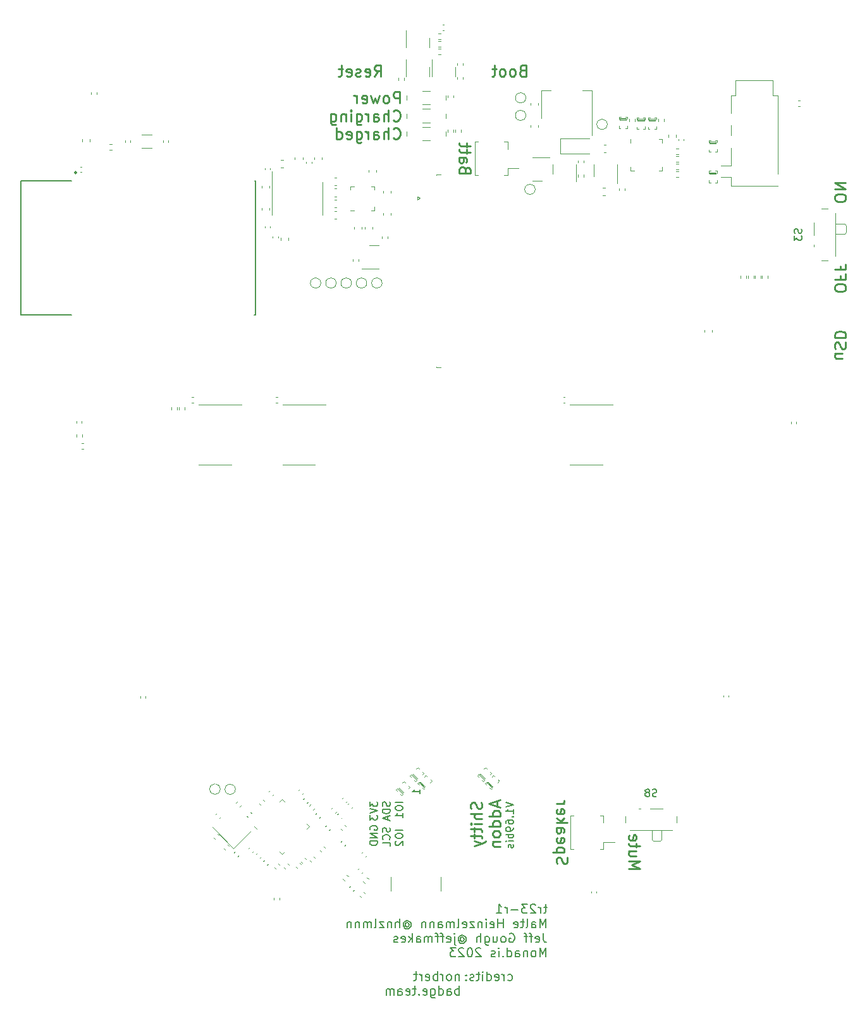
<source format=gbr>
G04 #@! TF.GenerationSoftware,KiCad,Pcbnew,7.99.0-1.20230226git51d46c0.fc37*
G04 #@! TF.CreationDate,2023-03-29T22:07:47+01:00*
G04 #@! TF.ProjectId,tr23-badge-r1,74723233-2d62-4616-9467-652d72312e6b,rev?*
G04 #@! TF.SameCoordinates,Original*
G04 #@! TF.FileFunction,Legend,Bot*
G04 #@! TF.FilePolarity,Positive*
%FSLAX46Y46*%
G04 Gerber Fmt 4.6, Leading zero omitted, Abs format (unit mm)*
G04 Created by KiCad (PCBNEW 7.99.0-1.20230226git51d46c0.fc37) date 2023-03-29 22:07:47*
%MOMM*%
%LPD*%
G01*
G04 APERTURE LIST*
%ADD10C,0.250000*%
%ADD11C,0.200000*%
%ADD12C,0.150000*%
%ADD13C,0.120000*%
%ADD14C,0.100000*%
%ADD15C,0.240000*%
%ADD16C,0.127000*%
G04 APERTURE END LIST*
D10*
X54483571Y92257143D02*
X53483571Y92257143D01*
X54483571Y91614285D02*
X53697857Y91614285D01*
X53697857Y91614285D02*
X53555000Y91685714D01*
X53555000Y91685714D02*
X53483571Y91828571D01*
X53483571Y91828571D02*
X53483571Y92042857D01*
X53483571Y92042857D02*
X53555000Y92185714D01*
X53555000Y92185714D02*
X53626428Y92257143D01*
X53555000Y92900000D02*
X53483571Y93114286D01*
X53483571Y93114286D02*
X53483571Y93471428D01*
X53483571Y93471428D02*
X53555000Y93614286D01*
X53555000Y93614286D02*
X53626428Y93685714D01*
X53626428Y93685714D02*
X53769285Y93757143D01*
X53769285Y93757143D02*
X53912142Y93757143D01*
X53912142Y93757143D02*
X54055000Y93685714D01*
X54055000Y93685714D02*
X54126428Y93614286D01*
X54126428Y93614286D02*
X54197857Y93471428D01*
X54197857Y93471428D02*
X54269285Y93185714D01*
X54269285Y93185714D02*
X54340714Y93042857D01*
X54340714Y93042857D02*
X54412142Y92971428D01*
X54412142Y92971428D02*
X54555000Y92900000D01*
X54555000Y92900000D02*
X54697857Y92900000D01*
X54697857Y92900000D02*
X54840714Y92971428D01*
X54840714Y92971428D02*
X54912142Y93042857D01*
X54912142Y93042857D02*
X54983571Y93185714D01*
X54983571Y93185714D02*
X54983571Y93542857D01*
X54983571Y93542857D02*
X54912142Y93757143D01*
X53483571Y94399999D02*
X54983571Y94399999D01*
X54983571Y94399999D02*
X54983571Y94757142D01*
X54983571Y94757142D02*
X54912142Y94971428D01*
X54912142Y94971428D02*
X54769285Y95114285D01*
X54769285Y95114285D02*
X54626428Y95185714D01*
X54626428Y95185714D02*
X54340714Y95257142D01*
X54340714Y95257142D02*
X54126428Y95257142D01*
X54126428Y95257142D02*
X53840714Y95185714D01*
X53840714Y95185714D02*
X53697857Y95114285D01*
X53697857Y95114285D02*
X53555000Y94971428D01*
X53555000Y94971428D02*
X53483571Y94757142D01*
X53483571Y94757142D02*
X53483571Y94399999D01*
D11*
X9750000Y8352000D02*
X9864285Y8294857D01*
X9864285Y8294857D02*
X10092857Y8294857D01*
X10092857Y8294857D02*
X10207142Y8352000D01*
X10207142Y8352000D02*
X10264285Y8409142D01*
X10264285Y8409142D02*
X10321428Y8523428D01*
X10321428Y8523428D02*
X10321428Y8866285D01*
X10321428Y8866285D02*
X10264285Y8980571D01*
X10264285Y8980571D02*
X10207142Y9037714D01*
X10207142Y9037714D02*
X10092857Y9094857D01*
X10092857Y9094857D02*
X9864285Y9094857D01*
X9864285Y9094857D02*
X9750000Y9037714D01*
X9235714Y8294857D02*
X9235714Y9094857D01*
X9235714Y8866285D02*
X9178571Y8980571D01*
X9178571Y8980571D02*
X9121429Y9037714D01*
X9121429Y9037714D02*
X9007143Y9094857D01*
X9007143Y9094857D02*
X8892857Y9094857D01*
X8035714Y8352000D02*
X8150000Y8294857D01*
X8150000Y8294857D02*
X8378572Y8294857D01*
X8378572Y8294857D02*
X8492857Y8352000D01*
X8492857Y8352000D02*
X8550000Y8466285D01*
X8550000Y8466285D02*
X8550000Y8923428D01*
X8550000Y8923428D02*
X8492857Y9037714D01*
X8492857Y9037714D02*
X8378572Y9094857D01*
X8378572Y9094857D02*
X8150000Y9094857D01*
X8150000Y9094857D02*
X8035714Y9037714D01*
X8035714Y9037714D02*
X7978572Y8923428D01*
X7978572Y8923428D02*
X7978572Y8809142D01*
X7978572Y8809142D02*
X8550000Y8694857D01*
X6950001Y8294857D02*
X6950001Y9494857D01*
X6950001Y8352000D02*
X7064286Y8294857D01*
X7064286Y8294857D02*
X7292858Y8294857D01*
X7292858Y8294857D02*
X7407143Y8352000D01*
X7407143Y8352000D02*
X7464286Y8409142D01*
X7464286Y8409142D02*
X7521429Y8523428D01*
X7521429Y8523428D02*
X7521429Y8866285D01*
X7521429Y8866285D02*
X7464286Y8980571D01*
X7464286Y8980571D02*
X7407143Y9037714D01*
X7407143Y9037714D02*
X7292858Y9094857D01*
X7292858Y9094857D02*
X7064286Y9094857D01*
X7064286Y9094857D02*
X6950001Y9037714D01*
X6378572Y8294857D02*
X6378572Y9094857D01*
X6378572Y9494857D02*
X6435715Y9437714D01*
X6435715Y9437714D02*
X6378572Y9380571D01*
X6378572Y9380571D02*
X6321429Y9437714D01*
X6321429Y9437714D02*
X6378572Y9494857D01*
X6378572Y9494857D02*
X6378572Y9380571D01*
X5978572Y9094857D02*
X5521429Y9094857D01*
X5807143Y9494857D02*
X5807143Y8466285D01*
X5807143Y8466285D02*
X5750000Y8352000D01*
X5750000Y8352000D02*
X5635715Y8294857D01*
X5635715Y8294857D02*
X5521429Y8294857D01*
X5178572Y8352000D02*
X5064286Y8294857D01*
X5064286Y8294857D02*
X4835715Y8294857D01*
X4835715Y8294857D02*
X4721429Y8352000D01*
X4721429Y8352000D02*
X4664286Y8466285D01*
X4664286Y8466285D02*
X4664286Y8523428D01*
X4664286Y8523428D02*
X4721429Y8637714D01*
X4721429Y8637714D02*
X4835715Y8694857D01*
X4835715Y8694857D02*
X5007144Y8694857D01*
X5007144Y8694857D02*
X5121429Y8752000D01*
X5121429Y8752000D02*
X5178572Y8866285D01*
X5178572Y8866285D02*
X5178572Y8923428D01*
X5178572Y8923428D02*
X5121429Y9037714D01*
X5121429Y9037714D02*
X5007144Y9094857D01*
X5007144Y9094857D02*
X4835715Y9094857D01*
X4835715Y9094857D02*
X4721429Y9037714D01*
X4150000Y8409142D02*
X4092857Y8352000D01*
X4092857Y8352000D02*
X4150000Y8294857D01*
X4150000Y8294857D02*
X4207143Y8352000D01*
X4207143Y8352000D02*
X4150000Y8409142D01*
X4150000Y8409142D02*
X4150000Y8294857D01*
X4150000Y9037714D02*
X4092857Y8980571D01*
X4092857Y8980571D02*
X4150000Y8923428D01*
X4150000Y8923428D02*
X4207143Y8980571D01*
X4207143Y8980571D02*
X4150000Y9037714D01*
X4150000Y9037714D02*
X4150000Y8923428D01*
X14985714Y18110857D02*
X14528571Y18110857D01*
X14814285Y18510857D02*
X14814285Y17482285D01*
X14814285Y17482285D02*
X14757142Y17368000D01*
X14757142Y17368000D02*
X14642857Y17310857D01*
X14642857Y17310857D02*
X14528571Y17310857D01*
X14128571Y17310857D02*
X14128571Y18110857D01*
X14128571Y17882285D02*
X14071428Y17996571D01*
X14071428Y17996571D02*
X14014286Y18053714D01*
X14014286Y18053714D02*
X13900000Y18110857D01*
X13900000Y18110857D02*
X13785714Y18110857D01*
X13442857Y18396571D02*
X13385714Y18453714D01*
X13385714Y18453714D02*
X13271429Y18510857D01*
X13271429Y18510857D02*
X12985714Y18510857D01*
X12985714Y18510857D02*
X12871429Y18453714D01*
X12871429Y18453714D02*
X12814286Y18396571D01*
X12814286Y18396571D02*
X12757143Y18282285D01*
X12757143Y18282285D02*
X12757143Y18168000D01*
X12757143Y18168000D02*
X12814286Y17996571D01*
X12814286Y17996571D02*
X13500000Y17310857D01*
X13500000Y17310857D02*
X12757143Y17310857D01*
X12357143Y18510857D02*
X11614286Y18510857D01*
X11614286Y18510857D02*
X12014286Y18053714D01*
X12014286Y18053714D02*
X11842857Y18053714D01*
X11842857Y18053714D02*
X11728572Y17996571D01*
X11728572Y17996571D02*
X11671429Y17939428D01*
X11671429Y17939428D02*
X11614286Y17825142D01*
X11614286Y17825142D02*
X11614286Y17539428D01*
X11614286Y17539428D02*
X11671429Y17425142D01*
X11671429Y17425142D02*
X11728572Y17368000D01*
X11728572Y17368000D02*
X11842857Y17310857D01*
X11842857Y17310857D02*
X12185714Y17310857D01*
X12185714Y17310857D02*
X12300000Y17368000D01*
X12300000Y17368000D02*
X12357143Y17425142D01*
X11100000Y17768000D02*
X10185715Y17768000D01*
X9614286Y17310857D02*
X9614286Y18110857D01*
X9614286Y17882285D02*
X9557143Y17996571D01*
X9557143Y17996571D02*
X9500001Y18053714D01*
X9500001Y18053714D02*
X9385715Y18110857D01*
X9385715Y18110857D02*
X9271429Y18110857D01*
X8242858Y17310857D02*
X8928572Y17310857D01*
X8585715Y17310857D02*
X8585715Y18510857D01*
X8585715Y18510857D02*
X8700001Y18339428D01*
X8700001Y18339428D02*
X8814286Y18225142D01*
X8814286Y18225142D02*
X8928572Y18168000D01*
X14814285Y15366857D02*
X14814285Y16566857D01*
X14814285Y16566857D02*
X14414285Y15709714D01*
X14414285Y15709714D02*
X14014285Y16566857D01*
X14014285Y16566857D02*
X14014285Y15366857D01*
X12928571Y15366857D02*
X12928571Y15995428D01*
X12928571Y15995428D02*
X12985713Y16109714D01*
X12985713Y16109714D02*
X13099999Y16166857D01*
X13099999Y16166857D02*
X13328571Y16166857D01*
X13328571Y16166857D02*
X13442856Y16109714D01*
X12928571Y15424000D02*
X13042856Y15366857D01*
X13042856Y15366857D02*
X13328571Y15366857D01*
X13328571Y15366857D02*
X13442856Y15424000D01*
X13442856Y15424000D02*
X13499999Y15538285D01*
X13499999Y15538285D02*
X13499999Y15652571D01*
X13499999Y15652571D02*
X13442856Y15766857D01*
X13442856Y15766857D02*
X13328571Y15824000D01*
X13328571Y15824000D02*
X13042856Y15824000D01*
X13042856Y15824000D02*
X12928571Y15881142D01*
X12185714Y15366857D02*
X12299999Y15424000D01*
X12299999Y15424000D02*
X12357142Y15538285D01*
X12357142Y15538285D02*
X12357142Y16566857D01*
X11900000Y16166857D02*
X11442857Y16166857D01*
X11728571Y16566857D02*
X11728571Y15538285D01*
X11728571Y15538285D02*
X11671428Y15424000D01*
X11671428Y15424000D02*
X11557143Y15366857D01*
X11557143Y15366857D02*
X11442857Y15366857D01*
X10585714Y15424000D02*
X10700000Y15366857D01*
X10700000Y15366857D02*
X10928572Y15366857D01*
X10928572Y15366857D02*
X11042857Y15424000D01*
X11042857Y15424000D02*
X11100000Y15538285D01*
X11100000Y15538285D02*
X11100000Y15995428D01*
X11100000Y15995428D02*
X11042857Y16109714D01*
X11042857Y16109714D02*
X10928572Y16166857D01*
X10928572Y16166857D02*
X10700000Y16166857D01*
X10700000Y16166857D02*
X10585714Y16109714D01*
X10585714Y16109714D02*
X10528572Y15995428D01*
X10528572Y15995428D02*
X10528572Y15881142D01*
X10528572Y15881142D02*
X11100000Y15766857D01*
X9100000Y15366857D02*
X9100000Y16566857D01*
X9100000Y15995428D02*
X8414286Y15995428D01*
X8414286Y15366857D02*
X8414286Y16566857D01*
X7385714Y15424000D02*
X7500000Y15366857D01*
X7500000Y15366857D02*
X7728572Y15366857D01*
X7728572Y15366857D02*
X7842857Y15424000D01*
X7842857Y15424000D02*
X7900000Y15538285D01*
X7900000Y15538285D02*
X7900000Y15995428D01*
X7900000Y15995428D02*
X7842857Y16109714D01*
X7842857Y16109714D02*
X7728572Y16166857D01*
X7728572Y16166857D02*
X7500000Y16166857D01*
X7500000Y16166857D02*
X7385714Y16109714D01*
X7385714Y16109714D02*
X7328572Y15995428D01*
X7328572Y15995428D02*
X7328572Y15881142D01*
X7328572Y15881142D02*
X7900000Y15766857D01*
X6814286Y15366857D02*
X6814286Y16166857D01*
X6814286Y16566857D02*
X6871429Y16509714D01*
X6871429Y16509714D02*
X6814286Y16452571D01*
X6814286Y16452571D02*
X6757143Y16509714D01*
X6757143Y16509714D02*
X6814286Y16566857D01*
X6814286Y16566857D02*
X6814286Y16452571D01*
X6242857Y16166857D02*
X6242857Y15366857D01*
X6242857Y16052571D02*
X6185714Y16109714D01*
X6185714Y16109714D02*
X6071429Y16166857D01*
X6071429Y16166857D02*
X5900000Y16166857D01*
X5900000Y16166857D02*
X5785714Y16109714D01*
X5785714Y16109714D02*
X5728572Y15995428D01*
X5728572Y15995428D02*
X5728572Y15366857D01*
X5271429Y16166857D02*
X4642858Y16166857D01*
X4642858Y16166857D02*
X5271429Y15366857D01*
X5271429Y15366857D02*
X4642858Y15366857D01*
X3728571Y15424000D02*
X3842857Y15366857D01*
X3842857Y15366857D02*
X4071429Y15366857D01*
X4071429Y15366857D02*
X4185714Y15424000D01*
X4185714Y15424000D02*
X4242857Y15538285D01*
X4242857Y15538285D02*
X4242857Y15995428D01*
X4242857Y15995428D02*
X4185714Y16109714D01*
X4185714Y16109714D02*
X4071429Y16166857D01*
X4071429Y16166857D02*
X3842857Y16166857D01*
X3842857Y16166857D02*
X3728571Y16109714D01*
X3728571Y16109714D02*
X3671429Y15995428D01*
X3671429Y15995428D02*
X3671429Y15881142D01*
X3671429Y15881142D02*
X4242857Y15766857D01*
X2985715Y15366857D02*
X3100000Y15424000D01*
X3100000Y15424000D02*
X3157143Y15538285D01*
X3157143Y15538285D02*
X3157143Y16566857D01*
X2528572Y15366857D02*
X2528572Y16166857D01*
X2528572Y16052571D02*
X2471429Y16109714D01*
X2471429Y16109714D02*
X2357144Y16166857D01*
X2357144Y16166857D02*
X2185715Y16166857D01*
X2185715Y16166857D02*
X2071429Y16109714D01*
X2071429Y16109714D02*
X2014287Y15995428D01*
X2014287Y15995428D02*
X2014287Y15366857D01*
X2014287Y15995428D02*
X1957144Y16109714D01*
X1957144Y16109714D02*
X1842858Y16166857D01*
X1842858Y16166857D02*
X1671429Y16166857D01*
X1671429Y16166857D02*
X1557144Y16109714D01*
X1557144Y16109714D02*
X1500001Y15995428D01*
X1500001Y15995428D02*
X1500001Y15366857D01*
X414287Y15366857D02*
X414287Y15995428D01*
X414287Y15995428D02*
X471429Y16109714D01*
X471429Y16109714D02*
X585715Y16166857D01*
X585715Y16166857D02*
X814287Y16166857D01*
X814287Y16166857D02*
X928572Y16109714D01*
X414287Y15424000D02*
X528572Y15366857D01*
X528572Y15366857D02*
X814287Y15366857D01*
X814287Y15366857D02*
X928572Y15424000D01*
X928572Y15424000D02*
X985715Y15538285D01*
X985715Y15538285D02*
X985715Y15652571D01*
X985715Y15652571D02*
X928572Y15766857D01*
X928572Y15766857D02*
X814287Y15824000D01*
X814287Y15824000D02*
X528572Y15824000D01*
X528572Y15824000D02*
X414287Y15881142D01*
X-157141Y16166857D02*
X-157141Y15366857D01*
X-157141Y16052571D02*
X-214284Y16109714D01*
X-214284Y16109714D02*
X-328569Y16166857D01*
X-328569Y16166857D02*
X-499998Y16166857D01*
X-499998Y16166857D02*
X-614284Y16109714D01*
X-614284Y16109714D02*
X-671427Y15995428D01*
X-671427Y15995428D02*
X-671427Y15366857D01*
X-1242855Y16166857D02*
X-1242855Y15366857D01*
X-1242855Y16052571D02*
X-1299998Y16109714D01*
X-1299998Y16109714D02*
X-1414283Y16166857D01*
X-1414283Y16166857D02*
X-1585712Y16166857D01*
X-1585712Y16166857D02*
X-1699998Y16109714D01*
X-1699998Y16109714D02*
X-1757141Y15995428D01*
X-1757141Y15995428D02*
X-1757141Y15366857D01*
X-3985712Y15938285D02*
X-3928569Y15995428D01*
X-3928569Y15995428D02*
X-3814283Y16052571D01*
X-3814283Y16052571D02*
X-3699998Y16052571D01*
X-3699998Y16052571D02*
X-3585712Y15995428D01*
X-3585712Y15995428D02*
X-3528569Y15938285D01*
X-3528569Y15938285D02*
X-3471426Y15824000D01*
X-3471426Y15824000D02*
X-3471426Y15709714D01*
X-3471426Y15709714D02*
X-3528569Y15595428D01*
X-3528569Y15595428D02*
X-3585712Y15538285D01*
X-3585712Y15538285D02*
X-3699998Y15481142D01*
X-3699998Y15481142D02*
X-3814283Y15481142D01*
X-3814283Y15481142D02*
X-3928569Y15538285D01*
X-3928569Y15538285D02*
X-3985712Y15595428D01*
X-3985712Y16052571D02*
X-3985712Y15595428D01*
X-3985712Y15595428D02*
X-4042855Y15538285D01*
X-4042855Y15538285D02*
X-4099998Y15538285D01*
X-4099998Y15538285D02*
X-4214283Y15595428D01*
X-4214283Y15595428D02*
X-4271426Y15709714D01*
X-4271426Y15709714D02*
X-4271426Y15995428D01*
X-4271426Y15995428D02*
X-4157141Y16166857D01*
X-4157141Y16166857D02*
X-3985712Y16281142D01*
X-3985712Y16281142D02*
X-3757141Y16338285D01*
X-3757141Y16338285D02*
X-3528569Y16281142D01*
X-3528569Y16281142D02*
X-3357141Y16166857D01*
X-3357141Y16166857D02*
X-3242855Y15995428D01*
X-3242855Y15995428D02*
X-3185712Y15766857D01*
X-3185712Y15766857D02*
X-3242855Y15538285D01*
X-3242855Y15538285D02*
X-3357141Y15366857D01*
X-3357141Y15366857D02*
X-3528569Y15252571D01*
X-3528569Y15252571D02*
X-3757141Y15195428D01*
X-3757141Y15195428D02*
X-3985712Y15252571D01*
X-3985712Y15252571D02*
X-4157141Y15366857D01*
X-4785712Y15366857D02*
X-4785712Y16566857D01*
X-5299998Y15366857D02*
X-5299998Y15995428D01*
X-5299998Y15995428D02*
X-5242855Y16109714D01*
X-5242855Y16109714D02*
X-5128569Y16166857D01*
X-5128569Y16166857D02*
X-4957140Y16166857D01*
X-4957140Y16166857D02*
X-4842855Y16109714D01*
X-4842855Y16109714D02*
X-4785712Y16052571D01*
X-5871426Y16166857D02*
X-5871426Y15366857D01*
X-5871426Y16052571D02*
X-5928569Y16109714D01*
X-5928569Y16109714D02*
X-6042854Y16166857D01*
X-6042854Y16166857D02*
X-6214283Y16166857D01*
X-6214283Y16166857D02*
X-6328569Y16109714D01*
X-6328569Y16109714D02*
X-6385712Y15995428D01*
X-6385712Y15995428D02*
X-6385712Y15366857D01*
X-6842854Y16166857D02*
X-7471426Y16166857D01*
X-7471426Y16166857D02*
X-6842854Y15366857D01*
X-6842854Y15366857D02*
X-7471426Y15366857D01*
X-8099997Y15366857D02*
X-7985712Y15424000D01*
X-7985712Y15424000D02*
X-7928569Y15538285D01*
X-7928569Y15538285D02*
X-7928569Y16566857D01*
X-8557140Y15366857D02*
X-8557140Y16166857D01*
X-8557140Y16052571D02*
X-8614283Y16109714D01*
X-8614283Y16109714D02*
X-8728568Y16166857D01*
X-8728568Y16166857D02*
X-8899997Y16166857D01*
X-8899997Y16166857D02*
X-9014283Y16109714D01*
X-9014283Y16109714D02*
X-9071426Y15995428D01*
X-9071426Y15995428D02*
X-9071426Y15366857D01*
X-9071426Y15995428D02*
X-9128568Y16109714D01*
X-9128568Y16109714D02*
X-9242854Y16166857D01*
X-9242854Y16166857D02*
X-9414283Y16166857D01*
X-9414283Y16166857D02*
X-9528568Y16109714D01*
X-9528568Y16109714D02*
X-9585711Y15995428D01*
X-9585711Y15995428D02*
X-9585711Y15366857D01*
X-10157140Y16166857D02*
X-10157140Y15366857D01*
X-10157140Y16052571D02*
X-10214283Y16109714D01*
X-10214283Y16109714D02*
X-10328568Y16166857D01*
X-10328568Y16166857D02*
X-10499997Y16166857D01*
X-10499997Y16166857D02*
X-10614283Y16109714D01*
X-10614283Y16109714D02*
X-10671426Y15995428D01*
X-10671426Y15995428D02*
X-10671426Y15366857D01*
X-11242854Y16166857D02*
X-11242854Y15366857D01*
X-11242854Y16052571D02*
X-11299997Y16109714D01*
X-11299997Y16109714D02*
X-11414282Y16166857D01*
X-11414282Y16166857D02*
X-11585711Y16166857D01*
X-11585711Y16166857D02*
X-11699997Y16109714D01*
X-11699997Y16109714D02*
X-11757140Y15995428D01*
X-11757140Y15995428D02*
X-11757140Y15366857D01*
X14471428Y14622857D02*
X14471428Y13765714D01*
X14471428Y13765714D02*
X14528571Y13594285D01*
X14528571Y13594285D02*
X14642857Y13480000D01*
X14642857Y13480000D02*
X14814285Y13422857D01*
X14814285Y13422857D02*
X14928571Y13422857D01*
X13442856Y13480000D02*
X13557142Y13422857D01*
X13557142Y13422857D02*
X13785714Y13422857D01*
X13785714Y13422857D02*
X13899999Y13480000D01*
X13899999Y13480000D02*
X13957142Y13594285D01*
X13957142Y13594285D02*
X13957142Y14051428D01*
X13957142Y14051428D02*
X13899999Y14165714D01*
X13899999Y14165714D02*
X13785714Y14222857D01*
X13785714Y14222857D02*
X13557142Y14222857D01*
X13557142Y14222857D02*
X13442856Y14165714D01*
X13442856Y14165714D02*
X13385714Y14051428D01*
X13385714Y14051428D02*
X13385714Y13937142D01*
X13385714Y13937142D02*
X13957142Y13822857D01*
X13042857Y14222857D02*
X12585714Y14222857D01*
X12871428Y13422857D02*
X12871428Y14451428D01*
X12871428Y14451428D02*
X12814285Y14565714D01*
X12814285Y14565714D02*
X12700000Y14622857D01*
X12700000Y14622857D02*
X12585714Y14622857D01*
X12357143Y14222857D02*
X11900000Y14222857D01*
X12185714Y13422857D02*
X12185714Y14451428D01*
X12185714Y14451428D02*
X12128571Y14565714D01*
X12128571Y14565714D02*
X12014286Y14622857D01*
X12014286Y14622857D02*
X11900000Y14622857D01*
X9957143Y14565714D02*
X10071429Y14622857D01*
X10071429Y14622857D02*
X10242857Y14622857D01*
X10242857Y14622857D02*
X10414286Y14565714D01*
X10414286Y14565714D02*
X10528571Y14451428D01*
X10528571Y14451428D02*
X10585714Y14337142D01*
X10585714Y14337142D02*
X10642857Y14108571D01*
X10642857Y14108571D02*
X10642857Y13937142D01*
X10642857Y13937142D02*
X10585714Y13708571D01*
X10585714Y13708571D02*
X10528571Y13594285D01*
X10528571Y13594285D02*
X10414286Y13480000D01*
X10414286Y13480000D02*
X10242857Y13422857D01*
X10242857Y13422857D02*
X10128571Y13422857D01*
X10128571Y13422857D02*
X9957143Y13480000D01*
X9957143Y13480000D02*
X9900000Y13537142D01*
X9900000Y13537142D02*
X9900000Y13937142D01*
X9900000Y13937142D02*
X10128571Y13937142D01*
X9214286Y13422857D02*
X9328571Y13480000D01*
X9328571Y13480000D02*
X9385714Y13537142D01*
X9385714Y13537142D02*
X9442857Y13651428D01*
X9442857Y13651428D02*
X9442857Y13994285D01*
X9442857Y13994285D02*
X9385714Y14108571D01*
X9385714Y14108571D02*
X9328571Y14165714D01*
X9328571Y14165714D02*
X9214286Y14222857D01*
X9214286Y14222857D02*
X9042857Y14222857D01*
X9042857Y14222857D02*
X8928571Y14165714D01*
X8928571Y14165714D02*
X8871429Y14108571D01*
X8871429Y14108571D02*
X8814286Y13994285D01*
X8814286Y13994285D02*
X8814286Y13651428D01*
X8814286Y13651428D02*
X8871429Y13537142D01*
X8871429Y13537142D02*
X8928571Y13480000D01*
X8928571Y13480000D02*
X9042857Y13422857D01*
X9042857Y13422857D02*
X9214286Y13422857D01*
X7785715Y14222857D02*
X7785715Y13422857D01*
X8300000Y14222857D02*
X8300000Y13594285D01*
X8300000Y13594285D02*
X8242857Y13480000D01*
X8242857Y13480000D02*
X8128572Y13422857D01*
X8128572Y13422857D02*
X7957143Y13422857D01*
X7957143Y13422857D02*
X7842857Y13480000D01*
X7842857Y13480000D02*
X7785715Y13537142D01*
X6700001Y14222857D02*
X6700001Y13251428D01*
X6700001Y13251428D02*
X6757143Y13137142D01*
X6757143Y13137142D02*
X6814286Y13080000D01*
X6814286Y13080000D02*
X6928572Y13022857D01*
X6928572Y13022857D02*
X7100001Y13022857D01*
X7100001Y13022857D02*
X7214286Y13080000D01*
X6700001Y13480000D02*
X6814286Y13422857D01*
X6814286Y13422857D02*
X7042858Y13422857D01*
X7042858Y13422857D02*
X7157143Y13480000D01*
X7157143Y13480000D02*
X7214286Y13537142D01*
X7214286Y13537142D02*
X7271429Y13651428D01*
X7271429Y13651428D02*
X7271429Y13994285D01*
X7271429Y13994285D02*
X7214286Y14108571D01*
X7214286Y14108571D02*
X7157143Y14165714D01*
X7157143Y14165714D02*
X7042858Y14222857D01*
X7042858Y14222857D02*
X6814286Y14222857D01*
X6814286Y14222857D02*
X6700001Y14165714D01*
X6128572Y13422857D02*
X6128572Y14622857D01*
X5614287Y13422857D02*
X5614287Y14051428D01*
X5614287Y14051428D02*
X5671429Y14165714D01*
X5671429Y14165714D02*
X5785715Y14222857D01*
X5785715Y14222857D02*
X5957144Y14222857D01*
X5957144Y14222857D02*
X6071429Y14165714D01*
X6071429Y14165714D02*
X6128572Y14108571D01*
X3385715Y13994285D02*
X3442858Y14051428D01*
X3442858Y14051428D02*
X3557144Y14108571D01*
X3557144Y14108571D02*
X3671429Y14108571D01*
X3671429Y14108571D02*
X3785715Y14051428D01*
X3785715Y14051428D02*
X3842858Y13994285D01*
X3842858Y13994285D02*
X3900001Y13880000D01*
X3900001Y13880000D02*
X3900001Y13765714D01*
X3900001Y13765714D02*
X3842858Y13651428D01*
X3842858Y13651428D02*
X3785715Y13594285D01*
X3785715Y13594285D02*
X3671429Y13537142D01*
X3671429Y13537142D02*
X3557144Y13537142D01*
X3557144Y13537142D02*
X3442858Y13594285D01*
X3442858Y13594285D02*
X3385715Y13651428D01*
X3385715Y14108571D02*
X3385715Y13651428D01*
X3385715Y13651428D02*
X3328572Y13594285D01*
X3328572Y13594285D02*
X3271429Y13594285D01*
X3271429Y13594285D02*
X3157144Y13651428D01*
X3157144Y13651428D02*
X3100001Y13765714D01*
X3100001Y13765714D02*
X3100001Y14051428D01*
X3100001Y14051428D02*
X3214287Y14222857D01*
X3214287Y14222857D02*
X3385715Y14337142D01*
X3385715Y14337142D02*
X3614287Y14394285D01*
X3614287Y14394285D02*
X3842858Y14337142D01*
X3842858Y14337142D02*
X4014287Y14222857D01*
X4014287Y14222857D02*
X4128572Y14051428D01*
X4128572Y14051428D02*
X4185715Y13822857D01*
X4185715Y13822857D02*
X4128572Y13594285D01*
X4128572Y13594285D02*
X4014287Y13422857D01*
X4014287Y13422857D02*
X3842858Y13308571D01*
X3842858Y13308571D02*
X3614287Y13251428D01*
X3614287Y13251428D02*
X3385715Y13308571D01*
X3385715Y13308571D02*
X3214287Y13422857D01*
X2585715Y14222857D02*
X2585715Y13194285D01*
X2585715Y13194285D02*
X2642858Y13080000D01*
X2642858Y13080000D02*
X2757144Y13022857D01*
X2757144Y13022857D02*
X2814287Y13022857D01*
X2585715Y14622857D02*
X2642858Y14565714D01*
X2642858Y14565714D02*
X2585715Y14508571D01*
X2585715Y14508571D02*
X2528572Y14565714D01*
X2528572Y14565714D02*
X2585715Y14622857D01*
X2585715Y14622857D02*
X2585715Y14508571D01*
X1557143Y13480000D02*
X1671429Y13422857D01*
X1671429Y13422857D02*
X1900001Y13422857D01*
X1900001Y13422857D02*
X2014286Y13480000D01*
X2014286Y13480000D02*
X2071429Y13594285D01*
X2071429Y13594285D02*
X2071429Y14051428D01*
X2071429Y14051428D02*
X2014286Y14165714D01*
X2014286Y14165714D02*
X1900001Y14222857D01*
X1900001Y14222857D02*
X1671429Y14222857D01*
X1671429Y14222857D02*
X1557143Y14165714D01*
X1557143Y14165714D02*
X1500001Y14051428D01*
X1500001Y14051428D02*
X1500001Y13937142D01*
X1500001Y13937142D02*
X2071429Y13822857D01*
X1157144Y14222857D02*
X700001Y14222857D01*
X985715Y13422857D02*
X985715Y14451428D01*
X985715Y14451428D02*
X928572Y14565714D01*
X928572Y14565714D02*
X814287Y14622857D01*
X814287Y14622857D02*
X700001Y14622857D01*
X471430Y14222857D02*
X14287Y14222857D01*
X300001Y13422857D02*
X300001Y14451428D01*
X300001Y14451428D02*
X242858Y14565714D01*
X242858Y14565714D02*
X128573Y14622857D01*
X128573Y14622857D02*
X14287Y14622857D01*
X-385712Y13422857D02*
X-385712Y14222857D01*
X-385712Y14108571D02*
X-442855Y14165714D01*
X-442855Y14165714D02*
X-557140Y14222857D01*
X-557140Y14222857D02*
X-728569Y14222857D01*
X-728569Y14222857D02*
X-842855Y14165714D01*
X-842855Y14165714D02*
X-899998Y14051428D01*
X-899998Y14051428D02*
X-899998Y13422857D01*
X-899998Y14051428D02*
X-957140Y14165714D01*
X-957140Y14165714D02*
X-1071426Y14222857D01*
X-1071426Y14222857D02*
X-1242855Y14222857D01*
X-1242855Y14222857D02*
X-1357140Y14165714D01*
X-1357140Y14165714D02*
X-1414283Y14051428D01*
X-1414283Y14051428D02*
X-1414283Y13422857D01*
X-2499998Y13422857D02*
X-2499998Y14051428D01*
X-2499998Y14051428D02*
X-2442855Y14165714D01*
X-2442855Y14165714D02*
X-2328569Y14222857D01*
X-2328569Y14222857D02*
X-2099998Y14222857D01*
X-2099998Y14222857D02*
X-1985712Y14165714D01*
X-2499998Y13480000D02*
X-2385712Y13422857D01*
X-2385712Y13422857D02*
X-2099998Y13422857D01*
X-2099998Y13422857D02*
X-1985712Y13480000D01*
X-1985712Y13480000D02*
X-1928569Y13594285D01*
X-1928569Y13594285D02*
X-1928569Y13708571D01*
X-1928569Y13708571D02*
X-1985712Y13822857D01*
X-1985712Y13822857D02*
X-2099998Y13880000D01*
X-2099998Y13880000D02*
X-2385712Y13880000D01*
X-2385712Y13880000D02*
X-2499998Y13937142D01*
X-3071426Y13422857D02*
X-3071426Y14622857D01*
X-3185712Y13880000D02*
X-3528569Y13422857D01*
X-3528569Y14222857D02*
X-3071426Y13765714D01*
X-4499998Y13480000D02*
X-4385712Y13422857D01*
X-4385712Y13422857D02*
X-4157141Y13422857D01*
X-4157141Y13422857D02*
X-4042855Y13480000D01*
X-4042855Y13480000D02*
X-3985712Y13594285D01*
X-3985712Y13594285D02*
X-3985712Y14051428D01*
X-3985712Y14051428D02*
X-4042855Y14165714D01*
X-4042855Y14165714D02*
X-4157141Y14222857D01*
X-4157141Y14222857D02*
X-4385712Y14222857D01*
X-4385712Y14222857D02*
X-4499998Y14165714D01*
X-4499998Y14165714D02*
X-4557141Y14051428D01*
X-4557141Y14051428D02*
X-4557141Y13937142D01*
X-4557141Y13937142D02*
X-3985712Y13822857D01*
X-5014283Y13480000D02*
X-5128569Y13422857D01*
X-5128569Y13422857D02*
X-5357140Y13422857D01*
X-5357140Y13422857D02*
X-5471426Y13480000D01*
X-5471426Y13480000D02*
X-5528569Y13594285D01*
X-5528569Y13594285D02*
X-5528569Y13651428D01*
X-5528569Y13651428D02*
X-5471426Y13765714D01*
X-5471426Y13765714D02*
X-5357140Y13822857D01*
X-5357140Y13822857D02*
X-5185712Y13822857D01*
X-5185712Y13822857D02*
X-5071426Y13880000D01*
X-5071426Y13880000D02*
X-5014283Y13994285D01*
X-5014283Y13994285D02*
X-5014283Y14051428D01*
X-5014283Y14051428D02*
X-5071426Y14165714D01*
X-5071426Y14165714D02*
X-5185712Y14222857D01*
X-5185712Y14222857D02*
X-5357140Y14222857D01*
X-5357140Y14222857D02*
X-5471426Y14165714D01*
X14814285Y11478857D02*
X14814285Y12678857D01*
X14814285Y12678857D02*
X14414285Y11821714D01*
X14414285Y11821714D02*
X14014285Y12678857D01*
X14014285Y12678857D02*
X14014285Y11478857D01*
X13271428Y11478857D02*
X13385713Y11536000D01*
X13385713Y11536000D02*
X13442856Y11593142D01*
X13442856Y11593142D02*
X13499999Y11707428D01*
X13499999Y11707428D02*
X13499999Y12050285D01*
X13499999Y12050285D02*
X13442856Y12164571D01*
X13442856Y12164571D02*
X13385713Y12221714D01*
X13385713Y12221714D02*
X13271428Y12278857D01*
X13271428Y12278857D02*
X13099999Y12278857D01*
X13099999Y12278857D02*
X12985713Y12221714D01*
X12985713Y12221714D02*
X12928571Y12164571D01*
X12928571Y12164571D02*
X12871428Y12050285D01*
X12871428Y12050285D02*
X12871428Y11707428D01*
X12871428Y11707428D02*
X12928571Y11593142D01*
X12928571Y11593142D02*
X12985713Y11536000D01*
X12985713Y11536000D02*
X13099999Y11478857D01*
X13099999Y11478857D02*
X13271428Y11478857D01*
X12357142Y12278857D02*
X12357142Y11478857D01*
X12357142Y12164571D02*
X12299999Y12221714D01*
X12299999Y12221714D02*
X12185714Y12278857D01*
X12185714Y12278857D02*
X12014285Y12278857D01*
X12014285Y12278857D02*
X11899999Y12221714D01*
X11899999Y12221714D02*
X11842857Y12107428D01*
X11842857Y12107428D02*
X11842857Y11478857D01*
X10757143Y11478857D02*
X10757143Y12107428D01*
X10757143Y12107428D02*
X10814285Y12221714D01*
X10814285Y12221714D02*
X10928571Y12278857D01*
X10928571Y12278857D02*
X11157143Y12278857D01*
X11157143Y12278857D02*
X11271428Y12221714D01*
X10757143Y11536000D02*
X10871428Y11478857D01*
X10871428Y11478857D02*
X11157143Y11478857D01*
X11157143Y11478857D02*
X11271428Y11536000D01*
X11271428Y11536000D02*
X11328571Y11650285D01*
X11328571Y11650285D02*
X11328571Y11764571D01*
X11328571Y11764571D02*
X11271428Y11878857D01*
X11271428Y11878857D02*
X11157143Y11936000D01*
X11157143Y11936000D02*
X10871428Y11936000D01*
X10871428Y11936000D02*
X10757143Y11993142D01*
X9671429Y11478857D02*
X9671429Y12678857D01*
X9671429Y11536000D02*
X9785714Y11478857D01*
X9785714Y11478857D02*
X10014286Y11478857D01*
X10014286Y11478857D02*
X10128571Y11536000D01*
X10128571Y11536000D02*
X10185714Y11593142D01*
X10185714Y11593142D02*
X10242857Y11707428D01*
X10242857Y11707428D02*
X10242857Y12050285D01*
X10242857Y12050285D02*
X10185714Y12164571D01*
X10185714Y12164571D02*
X10128571Y12221714D01*
X10128571Y12221714D02*
X10014286Y12278857D01*
X10014286Y12278857D02*
X9785714Y12278857D01*
X9785714Y12278857D02*
X9671429Y12221714D01*
X9100000Y11593142D02*
X9042857Y11536000D01*
X9042857Y11536000D02*
X9100000Y11478857D01*
X9100000Y11478857D02*
X9157143Y11536000D01*
X9157143Y11536000D02*
X9100000Y11593142D01*
X9100000Y11593142D02*
X9100000Y11478857D01*
X8528571Y11478857D02*
X8528571Y12278857D01*
X8528571Y12678857D02*
X8585714Y12621714D01*
X8585714Y12621714D02*
X8528571Y12564571D01*
X8528571Y12564571D02*
X8471428Y12621714D01*
X8471428Y12621714D02*
X8528571Y12678857D01*
X8528571Y12678857D02*
X8528571Y12564571D01*
X8014285Y11536000D02*
X7899999Y11478857D01*
X7899999Y11478857D02*
X7671428Y11478857D01*
X7671428Y11478857D02*
X7557142Y11536000D01*
X7557142Y11536000D02*
X7499999Y11650285D01*
X7499999Y11650285D02*
X7499999Y11707428D01*
X7499999Y11707428D02*
X7557142Y11821714D01*
X7557142Y11821714D02*
X7671428Y11878857D01*
X7671428Y11878857D02*
X7842857Y11878857D01*
X7842857Y11878857D02*
X7957142Y11936000D01*
X7957142Y11936000D02*
X8014285Y12050285D01*
X8014285Y12050285D02*
X8014285Y12107428D01*
X8014285Y12107428D02*
X7957142Y12221714D01*
X7957142Y12221714D02*
X7842857Y12278857D01*
X7842857Y12278857D02*
X7671428Y12278857D01*
X7671428Y12278857D02*
X7557142Y12221714D01*
X6128570Y12564571D02*
X6071427Y12621714D01*
X6071427Y12621714D02*
X5957142Y12678857D01*
X5957142Y12678857D02*
X5671427Y12678857D01*
X5671427Y12678857D02*
X5557142Y12621714D01*
X5557142Y12621714D02*
X5499999Y12564571D01*
X5499999Y12564571D02*
X5442856Y12450285D01*
X5442856Y12450285D02*
X5442856Y12336000D01*
X5442856Y12336000D02*
X5499999Y12164571D01*
X5499999Y12164571D02*
X6185713Y11478857D01*
X6185713Y11478857D02*
X5442856Y11478857D01*
X4699999Y12678857D02*
X4585713Y12678857D01*
X4585713Y12678857D02*
X4471427Y12621714D01*
X4471427Y12621714D02*
X4414285Y12564571D01*
X4414285Y12564571D02*
X4357142Y12450285D01*
X4357142Y12450285D02*
X4299999Y12221714D01*
X4299999Y12221714D02*
X4299999Y11936000D01*
X4299999Y11936000D02*
X4357142Y11707428D01*
X4357142Y11707428D02*
X4414285Y11593142D01*
X4414285Y11593142D02*
X4471427Y11536000D01*
X4471427Y11536000D02*
X4585713Y11478857D01*
X4585713Y11478857D02*
X4699999Y11478857D01*
X4699999Y11478857D02*
X4814285Y11536000D01*
X4814285Y11536000D02*
X4871427Y11593142D01*
X4871427Y11593142D02*
X4928570Y11707428D01*
X4928570Y11707428D02*
X4985713Y11936000D01*
X4985713Y11936000D02*
X4985713Y12221714D01*
X4985713Y12221714D02*
X4928570Y12450285D01*
X4928570Y12450285D02*
X4871427Y12564571D01*
X4871427Y12564571D02*
X4814285Y12621714D01*
X4814285Y12621714D02*
X4699999Y12678857D01*
X3842856Y12564571D02*
X3785713Y12621714D01*
X3785713Y12621714D02*
X3671428Y12678857D01*
X3671428Y12678857D02*
X3385713Y12678857D01*
X3385713Y12678857D02*
X3271428Y12621714D01*
X3271428Y12621714D02*
X3214285Y12564571D01*
X3214285Y12564571D02*
X3157142Y12450285D01*
X3157142Y12450285D02*
X3157142Y12336000D01*
X3157142Y12336000D02*
X3214285Y12164571D01*
X3214285Y12164571D02*
X3899999Y11478857D01*
X3899999Y11478857D02*
X3157142Y11478857D01*
X2757142Y12678857D02*
X2014285Y12678857D01*
X2014285Y12678857D02*
X2414285Y12221714D01*
X2414285Y12221714D02*
X2242856Y12221714D01*
X2242856Y12221714D02*
X2128571Y12164571D01*
X2128571Y12164571D02*
X2071428Y12107428D01*
X2071428Y12107428D02*
X2014285Y11993142D01*
X2014285Y11993142D02*
X2014285Y11707428D01*
X2014285Y11707428D02*
X2071428Y11593142D01*
X2071428Y11593142D02*
X2128571Y11536000D01*
X2128571Y11536000D02*
X2242856Y11478857D01*
X2242856Y11478857D02*
X2585713Y11478857D01*
X2585713Y11478857D02*
X2699999Y11536000D01*
X2699999Y11536000D02*
X2757142Y11593142D01*
D10*
X16305000Y23957143D02*
X16233571Y24171429D01*
X16233571Y24171429D02*
X16233571Y24528571D01*
X16233571Y24528571D02*
X16305000Y24671429D01*
X16305000Y24671429D02*
X16376428Y24742857D01*
X16376428Y24742857D02*
X16519285Y24814286D01*
X16519285Y24814286D02*
X16662142Y24814286D01*
X16662142Y24814286D02*
X16805000Y24742857D01*
X16805000Y24742857D02*
X16876428Y24671429D01*
X16876428Y24671429D02*
X16947857Y24528571D01*
X16947857Y24528571D02*
X17019285Y24242857D01*
X17019285Y24242857D02*
X17090714Y24100000D01*
X17090714Y24100000D02*
X17162142Y24028571D01*
X17162142Y24028571D02*
X17305000Y23957143D01*
X17305000Y23957143D02*
X17447857Y23957143D01*
X17447857Y23957143D02*
X17590714Y24028571D01*
X17590714Y24028571D02*
X17662142Y24100000D01*
X17662142Y24100000D02*
X17733571Y24242857D01*
X17733571Y24242857D02*
X17733571Y24600000D01*
X17733571Y24600000D02*
X17662142Y24814286D01*
X17233571Y25457142D02*
X15733571Y25457142D01*
X17162142Y25457142D02*
X17233571Y25600000D01*
X17233571Y25600000D02*
X17233571Y25885714D01*
X17233571Y25885714D02*
X17162142Y26028571D01*
X17162142Y26028571D02*
X17090714Y26100000D01*
X17090714Y26100000D02*
X16947857Y26171428D01*
X16947857Y26171428D02*
X16519285Y26171428D01*
X16519285Y26171428D02*
X16376428Y26100000D01*
X16376428Y26100000D02*
X16305000Y26028571D01*
X16305000Y26028571D02*
X16233571Y25885714D01*
X16233571Y25885714D02*
X16233571Y25600000D01*
X16233571Y25600000D02*
X16305000Y25457142D01*
X16305000Y27385714D02*
X16233571Y27242857D01*
X16233571Y27242857D02*
X16233571Y26957143D01*
X16233571Y26957143D02*
X16305000Y26814285D01*
X16305000Y26814285D02*
X16447857Y26742857D01*
X16447857Y26742857D02*
X17019285Y26742857D01*
X17019285Y26742857D02*
X17162142Y26814285D01*
X17162142Y26814285D02*
X17233571Y26957143D01*
X17233571Y26957143D02*
X17233571Y27242857D01*
X17233571Y27242857D02*
X17162142Y27385714D01*
X17162142Y27385714D02*
X17019285Y27457143D01*
X17019285Y27457143D02*
X16876428Y27457143D01*
X16876428Y27457143D02*
X16733571Y26742857D01*
X16233571Y28742857D02*
X17019285Y28742857D01*
X17019285Y28742857D02*
X17162142Y28671428D01*
X17162142Y28671428D02*
X17233571Y28528571D01*
X17233571Y28528571D02*
X17233571Y28242857D01*
X17233571Y28242857D02*
X17162142Y28099999D01*
X16305000Y28742857D02*
X16233571Y28599999D01*
X16233571Y28599999D02*
X16233571Y28242857D01*
X16233571Y28242857D02*
X16305000Y28099999D01*
X16305000Y28099999D02*
X16447857Y28028571D01*
X16447857Y28028571D02*
X16590714Y28028571D01*
X16590714Y28028571D02*
X16733571Y28099999D01*
X16733571Y28099999D02*
X16805000Y28242857D01*
X16805000Y28242857D02*
X16805000Y28599999D01*
X16805000Y28599999D02*
X16876428Y28742857D01*
X16233571Y29457142D02*
X17733571Y29457142D01*
X16805000Y29600000D02*
X16233571Y30028571D01*
X17233571Y30028571D02*
X16662142Y29457142D01*
X16305000Y31242857D02*
X16233571Y31100000D01*
X16233571Y31100000D02*
X16233571Y30814286D01*
X16233571Y30814286D02*
X16305000Y30671428D01*
X16305000Y30671428D02*
X16447857Y30600000D01*
X16447857Y30600000D02*
X17019285Y30600000D01*
X17019285Y30600000D02*
X17162142Y30671428D01*
X17162142Y30671428D02*
X17233571Y30814286D01*
X17233571Y30814286D02*
X17233571Y31100000D01*
X17233571Y31100000D02*
X17162142Y31242857D01*
X17162142Y31242857D02*
X17019285Y31314286D01*
X17019285Y31314286D02*
X16876428Y31314286D01*
X16876428Y31314286D02*
X16733571Y30600000D01*
X16233571Y31957142D02*
X17233571Y31957142D01*
X16947857Y31957142D02*
X17090714Y32028571D01*
X17090714Y32028571D02*
X17162142Y32100000D01*
X17162142Y32100000D02*
X17233571Y32242857D01*
X17233571Y32242857D02*
X17233571Y32385714D01*
X4019285Y116871428D02*
X3947857Y117085714D01*
X3947857Y117085714D02*
X3876428Y117157143D01*
X3876428Y117157143D02*
X3733571Y117228571D01*
X3733571Y117228571D02*
X3519285Y117228571D01*
X3519285Y117228571D02*
X3376428Y117157143D01*
X3376428Y117157143D02*
X3305000Y117085714D01*
X3305000Y117085714D02*
X3233571Y116942857D01*
X3233571Y116942857D02*
X3233571Y116371428D01*
X3233571Y116371428D02*
X4733571Y116371428D01*
X4733571Y116371428D02*
X4733571Y116871428D01*
X4733571Y116871428D02*
X4662142Y117014286D01*
X4662142Y117014286D02*
X4590714Y117085714D01*
X4590714Y117085714D02*
X4447857Y117157143D01*
X4447857Y117157143D02*
X4305000Y117157143D01*
X4305000Y117157143D02*
X4162142Y117085714D01*
X4162142Y117085714D02*
X4090714Y117014286D01*
X4090714Y117014286D02*
X4019285Y116871428D01*
X4019285Y116871428D02*
X4019285Y116371428D01*
X3233571Y118514286D02*
X4019285Y118514286D01*
X4019285Y118514286D02*
X4162142Y118442857D01*
X4162142Y118442857D02*
X4233571Y118300000D01*
X4233571Y118300000D02*
X4233571Y118014286D01*
X4233571Y118014286D02*
X4162142Y117871428D01*
X3305000Y118514286D02*
X3233571Y118371428D01*
X3233571Y118371428D02*
X3233571Y118014286D01*
X3233571Y118014286D02*
X3305000Y117871428D01*
X3305000Y117871428D02*
X3447857Y117800000D01*
X3447857Y117800000D02*
X3590714Y117800000D01*
X3590714Y117800000D02*
X3733571Y117871428D01*
X3733571Y117871428D02*
X3805000Y118014286D01*
X3805000Y118014286D02*
X3805000Y118371428D01*
X3805000Y118371428D02*
X3876428Y118514286D01*
X4233571Y119014286D02*
X4233571Y119585714D01*
X4733571Y119228571D02*
X3447857Y119228571D01*
X3447857Y119228571D02*
X3305000Y119300000D01*
X3305000Y119300000D02*
X3233571Y119442857D01*
X3233571Y119442857D02*
X3233571Y119585714D01*
X4233571Y119871429D02*
X4233571Y120442857D01*
X4733571Y120085714D02*
X3447857Y120085714D01*
X3447857Y120085714D02*
X3305000Y120157143D01*
X3305000Y120157143D02*
X3233571Y120300000D01*
X3233571Y120300000D02*
X3233571Y120442857D01*
X6207500Y32142856D02*
X6278928Y31928571D01*
X6278928Y31928571D02*
X6278928Y31571428D01*
X6278928Y31571428D02*
X6207500Y31428571D01*
X6207500Y31428571D02*
X6136071Y31357142D01*
X6136071Y31357142D02*
X5993214Y31285713D01*
X5993214Y31285713D02*
X5850357Y31285713D01*
X5850357Y31285713D02*
X5707500Y31357142D01*
X5707500Y31357142D02*
X5636071Y31428571D01*
X5636071Y31428571D02*
X5564642Y31571428D01*
X5564642Y31571428D02*
X5493214Y31857142D01*
X5493214Y31857142D02*
X5421785Y31999999D01*
X5421785Y31999999D02*
X5350357Y32071428D01*
X5350357Y32071428D02*
X5207500Y32142856D01*
X5207500Y32142856D02*
X5064642Y32142856D01*
X5064642Y32142856D02*
X4921785Y32071428D01*
X4921785Y32071428D02*
X4850357Y31999999D01*
X4850357Y31999999D02*
X4778928Y31857142D01*
X4778928Y31857142D02*
X4778928Y31499999D01*
X4778928Y31499999D02*
X4850357Y31285713D01*
X6278928Y30642857D02*
X4778928Y30642857D01*
X6278928Y30000000D02*
X5493214Y30000000D01*
X5493214Y30000000D02*
X5350357Y30071428D01*
X5350357Y30071428D02*
X5278928Y30214285D01*
X5278928Y30214285D02*
X5278928Y30428571D01*
X5278928Y30428571D02*
X5350357Y30571428D01*
X5350357Y30571428D02*
X5421785Y30642857D01*
X6278928Y29285714D02*
X5278928Y29285714D01*
X4778928Y29285714D02*
X4850357Y29357142D01*
X4850357Y29357142D02*
X4921785Y29285714D01*
X4921785Y29285714D02*
X4850357Y29214285D01*
X4850357Y29214285D02*
X4778928Y29285714D01*
X4778928Y29285714D02*
X4921785Y29285714D01*
X5278928Y28785713D02*
X5278928Y28214285D01*
X4778928Y28571428D02*
X6064642Y28571428D01*
X6064642Y28571428D02*
X6207500Y28499999D01*
X6207500Y28499999D02*
X6278928Y28357142D01*
X6278928Y28357142D02*
X6278928Y28214285D01*
X5278928Y27928570D02*
X5278928Y27357142D01*
X4778928Y27714285D02*
X6064642Y27714285D01*
X6064642Y27714285D02*
X6207500Y27642856D01*
X6207500Y27642856D02*
X6278928Y27499999D01*
X6278928Y27499999D02*
X6278928Y27357142D01*
X5278928Y26999999D02*
X6278928Y26642856D01*
X5278928Y26285713D02*
X6278928Y26642856D01*
X6278928Y26642856D02*
X6636071Y26785713D01*
X6636071Y26785713D02*
X6707500Y26857142D01*
X6707500Y26857142D02*
X6778928Y26999999D01*
X8280357Y32321428D02*
X8280357Y31607143D01*
X8708928Y32464285D02*
X7208928Y31964285D01*
X7208928Y31964285D02*
X8708928Y31464285D01*
X8708928Y30321429D02*
X7208928Y30321429D01*
X8637500Y30321429D02*
X8708928Y30464286D01*
X8708928Y30464286D02*
X8708928Y30750000D01*
X8708928Y30750000D02*
X8637500Y30892857D01*
X8637500Y30892857D02*
X8566071Y30964286D01*
X8566071Y30964286D02*
X8423214Y31035714D01*
X8423214Y31035714D02*
X7994642Y31035714D01*
X7994642Y31035714D02*
X7851785Y30964286D01*
X7851785Y30964286D02*
X7780357Y30892857D01*
X7780357Y30892857D02*
X7708928Y30750000D01*
X7708928Y30750000D02*
X7708928Y30464286D01*
X7708928Y30464286D02*
X7780357Y30321429D01*
X8708928Y28964286D02*
X7208928Y28964286D01*
X8637500Y28964286D02*
X8708928Y29107143D01*
X8708928Y29107143D02*
X8708928Y29392857D01*
X8708928Y29392857D02*
X8637500Y29535714D01*
X8637500Y29535714D02*
X8566071Y29607143D01*
X8566071Y29607143D02*
X8423214Y29678571D01*
X8423214Y29678571D02*
X7994642Y29678571D01*
X7994642Y29678571D02*
X7851785Y29607143D01*
X7851785Y29607143D02*
X7780357Y29535714D01*
X7780357Y29535714D02*
X7708928Y29392857D01*
X7708928Y29392857D02*
X7708928Y29107143D01*
X7708928Y29107143D02*
X7780357Y28964286D01*
X8708928Y28035714D02*
X8637500Y28178571D01*
X8637500Y28178571D02*
X8566071Y28250000D01*
X8566071Y28250000D02*
X8423214Y28321428D01*
X8423214Y28321428D02*
X7994642Y28321428D01*
X7994642Y28321428D02*
X7851785Y28250000D01*
X7851785Y28250000D02*
X7780357Y28178571D01*
X7780357Y28178571D02*
X7708928Y28035714D01*
X7708928Y28035714D02*
X7708928Y27821428D01*
X7708928Y27821428D02*
X7780357Y27678571D01*
X7780357Y27678571D02*
X7851785Y27607143D01*
X7851785Y27607143D02*
X7994642Y27535714D01*
X7994642Y27535714D02*
X8423214Y27535714D01*
X8423214Y27535714D02*
X8566071Y27607143D01*
X8566071Y27607143D02*
X8637500Y27678571D01*
X8637500Y27678571D02*
X8708928Y27821428D01*
X8708928Y27821428D02*
X8708928Y28035714D01*
X7708928Y26892857D02*
X8708928Y26892857D01*
X7851785Y26892857D02*
X7780357Y26821428D01*
X7780357Y26821428D02*
X7708928Y26678571D01*
X7708928Y26678571D02*
X7708928Y26464285D01*
X7708928Y26464285D02*
X7780357Y26321428D01*
X7780357Y26321428D02*
X7923214Y26250000D01*
X7923214Y26250000D02*
X8708928Y26250000D01*
D11*
X-8689761Y28485714D02*
X-8737380Y28580952D01*
X-8737380Y28580952D02*
X-8737380Y28723809D01*
X-8737380Y28723809D02*
X-8689761Y28866666D01*
X-8689761Y28866666D02*
X-8594523Y28961904D01*
X-8594523Y28961904D02*
X-8499285Y29009523D01*
X-8499285Y29009523D02*
X-8308809Y29057142D01*
X-8308809Y29057142D02*
X-8165952Y29057142D01*
X-8165952Y29057142D02*
X-7975476Y29009523D01*
X-7975476Y29009523D02*
X-7880238Y28961904D01*
X-7880238Y28961904D02*
X-7785000Y28866666D01*
X-7785000Y28866666D02*
X-7737380Y28723809D01*
X-7737380Y28723809D02*
X-7737380Y28628571D01*
X-7737380Y28628571D02*
X-7785000Y28485714D01*
X-7785000Y28485714D02*
X-7832619Y28438095D01*
X-7832619Y28438095D02*
X-8165952Y28438095D01*
X-8165952Y28438095D02*
X-8165952Y28628571D01*
X-7737380Y28009523D02*
X-8737380Y28009523D01*
X-8737380Y28009523D02*
X-7737380Y27438095D01*
X-7737380Y27438095D02*
X-8737380Y27438095D01*
X-7737380Y26961904D02*
X-8737380Y26961904D01*
X-8737380Y26961904D02*
X-8737380Y26723809D01*
X-8737380Y26723809D02*
X-8689761Y26580952D01*
X-8689761Y26580952D02*
X-8594523Y26485714D01*
X-8594523Y26485714D02*
X-8499285Y26438095D01*
X-8499285Y26438095D02*
X-8308809Y26390476D01*
X-8308809Y26390476D02*
X-8165952Y26390476D01*
X-8165952Y26390476D02*
X-7975476Y26438095D01*
X-7975476Y26438095D02*
X-7880238Y26485714D01*
X-7880238Y26485714D02*
X-7785000Y26580952D01*
X-7785000Y26580952D02*
X-7737380Y26723809D01*
X-7737380Y26723809D02*
X-7737380Y26961904D01*
X-6085000Y28771428D02*
X-6037380Y28628571D01*
X-6037380Y28628571D02*
X-6037380Y28390476D01*
X-6037380Y28390476D02*
X-6085000Y28295238D01*
X-6085000Y28295238D02*
X-6132619Y28247619D01*
X-6132619Y28247619D02*
X-6227857Y28200000D01*
X-6227857Y28200000D02*
X-6323095Y28200000D01*
X-6323095Y28200000D02*
X-6418333Y28247619D01*
X-6418333Y28247619D02*
X-6465952Y28295238D01*
X-6465952Y28295238D02*
X-6513571Y28390476D01*
X-6513571Y28390476D02*
X-6561190Y28580952D01*
X-6561190Y28580952D02*
X-6608809Y28676190D01*
X-6608809Y28676190D02*
X-6656428Y28723809D01*
X-6656428Y28723809D02*
X-6751666Y28771428D01*
X-6751666Y28771428D02*
X-6846904Y28771428D01*
X-6846904Y28771428D02*
X-6942142Y28723809D01*
X-6942142Y28723809D02*
X-6989761Y28676190D01*
X-6989761Y28676190D02*
X-7037380Y28580952D01*
X-7037380Y28580952D02*
X-7037380Y28342857D01*
X-7037380Y28342857D02*
X-6989761Y28200000D01*
X-6132619Y27200000D02*
X-6085000Y27247619D01*
X-6085000Y27247619D02*
X-6037380Y27390476D01*
X-6037380Y27390476D02*
X-6037380Y27485714D01*
X-6037380Y27485714D02*
X-6085000Y27628571D01*
X-6085000Y27628571D02*
X-6180238Y27723809D01*
X-6180238Y27723809D02*
X-6275476Y27771428D01*
X-6275476Y27771428D02*
X-6465952Y27819047D01*
X-6465952Y27819047D02*
X-6608809Y27819047D01*
X-6608809Y27819047D02*
X-6799285Y27771428D01*
X-6799285Y27771428D02*
X-6894523Y27723809D01*
X-6894523Y27723809D02*
X-6989761Y27628571D01*
X-6989761Y27628571D02*
X-7037380Y27485714D01*
X-7037380Y27485714D02*
X-7037380Y27390476D01*
X-7037380Y27390476D02*
X-6989761Y27247619D01*
X-6989761Y27247619D02*
X-6942142Y27200000D01*
X-6037380Y26295238D02*
X-6037380Y26771428D01*
X-6037380Y26771428D02*
X-7037380Y26771428D01*
X-4337380Y28438094D02*
X-5337380Y28438094D01*
X-5337380Y27771428D02*
X-5337380Y27580952D01*
X-5337380Y27580952D02*
X-5289761Y27485714D01*
X-5289761Y27485714D02*
X-5194523Y27390476D01*
X-5194523Y27390476D02*
X-5004047Y27342857D01*
X-5004047Y27342857D02*
X-4670714Y27342857D01*
X-4670714Y27342857D02*
X-4480238Y27390476D01*
X-4480238Y27390476D02*
X-4385000Y27485714D01*
X-4385000Y27485714D02*
X-4337380Y27580952D01*
X-4337380Y27580952D02*
X-4337380Y27771428D01*
X-4337380Y27771428D02*
X-4385000Y27866666D01*
X-4385000Y27866666D02*
X-4480238Y27961904D01*
X-4480238Y27961904D02*
X-4670714Y28009523D01*
X-4670714Y28009523D02*
X-5004047Y28009523D01*
X-5004047Y28009523D02*
X-5194523Y27961904D01*
X-5194523Y27961904D02*
X-5289761Y27866666D01*
X-5289761Y27866666D02*
X-5337380Y27771428D01*
X-5242142Y26961904D02*
X-5289761Y26914285D01*
X-5289761Y26914285D02*
X-5337380Y26819047D01*
X-5337380Y26819047D02*
X-5337380Y26580952D01*
X-5337380Y26580952D02*
X-5289761Y26485714D01*
X-5289761Y26485714D02*
X-5242142Y26438095D01*
X-5242142Y26438095D02*
X-5146904Y26390476D01*
X-5146904Y26390476D02*
X-5051666Y26390476D01*
X-5051666Y26390476D02*
X-4908809Y26438095D01*
X-4908809Y26438095D02*
X-4337380Y27009523D01*
X-4337380Y27009523D02*
X-4337380Y26390476D01*
X-6085000Y32209523D02*
X-6037380Y32066666D01*
X-6037380Y32066666D02*
X-6037380Y31828571D01*
X-6037380Y31828571D02*
X-6085000Y31733333D01*
X-6085000Y31733333D02*
X-6132619Y31685714D01*
X-6132619Y31685714D02*
X-6227857Y31638095D01*
X-6227857Y31638095D02*
X-6323095Y31638095D01*
X-6323095Y31638095D02*
X-6418333Y31685714D01*
X-6418333Y31685714D02*
X-6465952Y31733333D01*
X-6465952Y31733333D02*
X-6513571Y31828571D01*
X-6513571Y31828571D02*
X-6561190Y32019047D01*
X-6561190Y32019047D02*
X-6608809Y32114285D01*
X-6608809Y32114285D02*
X-6656428Y32161904D01*
X-6656428Y32161904D02*
X-6751666Y32209523D01*
X-6751666Y32209523D02*
X-6846904Y32209523D01*
X-6846904Y32209523D02*
X-6942142Y32161904D01*
X-6942142Y32161904D02*
X-6989761Y32114285D01*
X-6989761Y32114285D02*
X-7037380Y32019047D01*
X-7037380Y32019047D02*
X-7037380Y31780952D01*
X-7037380Y31780952D02*
X-6989761Y31638095D01*
X-6037380Y31209523D02*
X-7037380Y31209523D01*
X-7037380Y31209523D02*
X-7037380Y30971428D01*
X-7037380Y30971428D02*
X-6989761Y30828571D01*
X-6989761Y30828571D02*
X-6894523Y30733333D01*
X-6894523Y30733333D02*
X-6799285Y30685714D01*
X-6799285Y30685714D02*
X-6608809Y30638095D01*
X-6608809Y30638095D02*
X-6465952Y30638095D01*
X-6465952Y30638095D02*
X-6275476Y30685714D01*
X-6275476Y30685714D02*
X-6180238Y30733333D01*
X-6180238Y30733333D02*
X-6085000Y30828571D01*
X-6085000Y30828571D02*
X-6037380Y30971428D01*
X-6037380Y30971428D02*
X-6037380Y31209523D01*
X-6323095Y30257142D02*
X-6323095Y29780952D01*
X-6037380Y30352380D02*
X-7037380Y30019047D01*
X-7037380Y30019047D02*
X-6037380Y29685714D01*
X-4337380Y32161904D02*
X-5337380Y32161904D01*
X-5337380Y31495238D02*
X-5337380Y31304762D01*
X-5337380Y31304762D02*
X-5289761Y31209524D01*
X-5289761Y31209524D02*
X-5194523Y31114286D01*
X-5194523Y31114286D02*
X-5004047Y31066667D01*
X-5004047Y31066667D02*
X-4670714Y31066667D01*
X-4670714Y31066667D02*
X-4480238Y31114286D01*
X-4480238Y31114286D02*
X-4385000Y31209524D01*
X-4385000Y31209524D02*
X-4337380Y31304762D01*
X-4337380Y31304762D02*
X-4337380Y31495238D01*
X-4337380Y31495238D02*
X-4385000Y31590476D01*
X-4385000Y31590476D02*
X-4480238Y31685714D01*
X-4480238Y31685714D02*
X-4670714Y31733333D01*
X-4670714Y31733333D02*
X-5004047Y31733333D01*
X-5004047Y31733333D02*
X-5194523Y31685714D01*
X-5194523Y31685714D02*
X-5289761Y31590476D01*
X-5289761Y31590476D02*
X-5337380Y31495238D01*
X-4337380Y30114286D02*
X-4337380Y30685714D01*
X-4337380Y30400000D02*
X-5337380Y30400000D01*
X-5337380Y30400000D02*
X-5194523Y30495238D01*
X-5194523Y30495238D02*
X-5099285Y30590476D01*
X-5099285Y30590476D02*
X-5051666Y30685714D01*
X-8737380Y32257142D02*
X-8737380Y31638095D01*
X-8737380Y31638095D02*
X-8356428Y31971428D01*
X-8356428Y31971428D02*
X-8356428Y31828571D01*
X-8356428Y31828571D02*
X-8308809Y31733333D01*
X-8308809Y31733333D02*
X-8261190Y31685714D01*
X-8261190Y31685714D02*
X-8165952Y31638095D01*
X-8165952Y31638095D02*
X-7927857Y31638095D01*
X-7927857Y31638095D02*
X-7832619Y31685714D01*
X-7832619Y31685714D02*
X-7785000Y31733333D01*
X-7785000Y31733333D02*
X-7737380Y31828571D01*
X-7737380Y31828571D02*
X-7737380Y32114285D01*
X-7737380Y32114285D02*
X-7785000Y32209523D01*
X-7785000Y32209523D02*
X-7832619Y32257142D01*
X-8737380Y31352380D02*
X-7737380Y31019047D01*
X-7737380Y31019047D02*
X-8737380Y30685714D01*
X-8737380Y30447618D02*
X-8737380Y29828571D01*
X-8737380Y29828571D02*
X-8356428Y30161904D01*
X-8356428Y30161904D02*
X-8356428Y30019047D01*
X-8356428Y30019047D02*
X-8308809Y29923809D01*
X-8308809Y29923809D02*
X-8261190Y29876190D01*
X-8261190Y29876190D02*
X-8165952Y29828571D01*
X-8165952Y29828571D02*
X-7927857Y29828571D01*
X-7927857Y29828571D02*
X-7832619Y29876190D01*
X-7832619Y29876190D02*
X-7785000Y29923809D01*
X-7785000Y29923809D02*
X-7737380Y30019047D01*
X-7737380Y30019047D02*
X-7737380Y30304761D01*
X-7737380Y30304761D02*
X-7785000Y30399999D01*
X-7785000Y30399999D02*
X-7832619Y30447618D01*
X9462619Y32195237D02*
X10462619Y31861904D01*
X10462619Y31861904D02*
X9462619Y31528571D01*
X10462619Y30671428D02*
X10462619Y31242856D01*
X10462619Y30957142D02*
X9462619Y30957142D01*
X9462619Y30957142D02*
X9605476Y31052380D01*
X9605476Y31052380D02*
X9700714Y31147618D01*
X9700714Y31147618D02*
X9748333Y31242856D01*
X10367380Y30242856D02*
X10415000Y30195237D01*
X10415000Y30195237D02*
X10462619Y30242856D01*
X10462619Y30242856D02*
X10415000Y30290475D01*
X10415000Y30290475D02*
X10367380Y30242856D01*
X10367380Y30242856D02*
X10462619Y30242856D01*
X9462619Y29338095D02*
X9462619Y29528571D01*
X9462619Y29528571D02*
X9510238Y29623809D01*
X9510238Y29623809D02*
X9557857Y29671428D01*
X9557857Y29671428D02*
X9700714Y29766666D01*
X9700714Y29766666D02*
X9891190Y29814285D01*
X9891190Y29814285D02*
X10272142Y29814285D01*
X10272142Y29814285D02*
X10367380Y29766666D01*
X10367380Y29766666D02*
X10415000Y29719047D01*
X10415000Y29719047D02*
X10462619Y29623809D01*
X10462619Y29623809D02*
X10462619Y29433333D01*
X10462619Y29433333D02*
X10415000Y29338095D01*
X10415000Y29338095D02*
X10367380Y29290476D01*
X10367380Y29290476D02*
X10272142Y29242857D01*
X10272142Y29242857D02*
X10034047Y29242857D01*
X10034047Y29242857D02*
X9938809Y29290476D01*
X9938809Y29290476D02*
X9891190Y29338095D01*
X9891190Y29338095D02*
X9843571Y29433333D01*
X9843571Y29433333D02*
X9843571Y29623809D01*
X9843571Y29623809D02*
X9891190Y29719047D01*
X9891190Y29719047D02*
X9938809Y29766666D01*
X9938809Y29766666D02*
X10034047Y29814285D01*
X10462619Y28766666D02*
X10462619Y28576190D01*
X10462619Y28576190D02*
X10415000Y28480952D01*
X10415000Y28480952D02*
X10367380Y28433333D01*
X10367380Y28433333D02*
X10224523Y28338095D01*
X10224523Y28338095D02*
X10034047Y28290476D01*
X10034047Y28290476D02*
X9653095Y28290476D01*
X9653095Y28290476D02*
X9557857Y28338095D01*
X9557857Y28338095D02*
X9510238Y28385714D01*
X9510238Y28385714D02*
X9462619Y28480952D01*
X9462619Y28480952D02*
X9462619Y28671428D01*
X9462619Y28671428D02*
X9510238Y28766666D01*
X9510238Y28766666D02*
X9557857Y28814285D01*
X9557857Y28814285D02*
X9653095Y28861904D01*
X9653095Y28861904D02*
X9891190Y28861904D01*
X9891190Y28861904D02*
X9986428Y28814285D01*
X9986428Y28814285D02*
X10034047Y28766666D01*
X10034047Y28766666D02*
X10081666Y28671428D01*
X10081666Y28671428D02*
X10081666Y28480952D01*
X10081666Y28480952D02*
X10034047Y28385714D01*
X10034047Y28385714D02*
X9986428Y28338095D01*
X9986428Y28338095D02*
X9891190Y28290476D01*
X10462619Y27861904D02*
X9462619Y27861904D01*
X9843571Y27861904D02*
X9795952Y27766666D01*
X9795952Y27766666D02*
X9795952Y27576190D01*
X9795952Y27576190D02*
X9843571Y27480952D01*
X9843571Y27480952D02*
X9891190Y27433333D01*
X9891190Y27433333D02*
X9986428Y27385714D01*
X9986428Y27385714D02*
X10272142Y27385714D01*
X10272142Y27385714D02*
X10367380Y27433333D01*
X10367380Y27433333D02*
X10415000Y27480952D01*
X10415000Y27480952D02*
X10462619Y27576190D01*
X10462619Y27576190D02*
X10462619Y27766666D01*
X10462619Y27766666D02*
X10415000Y27861904D01*
X10462619Y26957142D02*
X9795952Y26957142D01*
X9462619Y26957142D02*
X9510238Y27004761D01*
X9510238Y27004761D02*
X9557857Y26957142D01*
X9557857Y26957142D02*
X9510238Y26909523D01*
X9510238Y26909523D02*
X9462619Y26957142D01*
X9462619Y26957142D02*
X9557857Y26957142D01*
X10415000Y26528571D02*
X10462619Y26433333D01*
X10462619Y26433333D02*
X10462619Y26242857D01*
X10462619Y26242857D02*
X10415000Y26147619D01*
X10415000Y26147619D02*
X10319761Y26100000D01*
X10319761Y26100000D02*
X10272142Y26100000D01*
X10272142Y26100000D02*
X10176904Y26147619D01*
X10176904Y26147619D02*
X10129285Y26242857D01*
X10129285Y26242857D02*
X10129285Y26385714D01*
X10129285Y26385714D02*
X10081666Y26480952D01*
X10081666Y26480952D02*
X9986428Y26528571D01*
X9986428Y26528571D02*
X9938809Y26528571D01*
X9938809Y26528571D02*
X9843571Y26480952D01*
X9843571Y26480952D02*
X9795952Y26385714D01*
X9795952Y26385714D02*
X9795952Y26242857D01*
X9795952Y26242857D02*
X9843571Y26147619D01*
X3214285Y9116857D02*
X3214285Y8316857D01*
X3214285Y9002571D02*
X3157142Y9059714D01*
X3157142Y9059714D02*
X3042857Y9116857D01*
X3042857Y9116857D02*
X2871428Y9116857D01*
X2871428Y9116857D02*
X2757142Y9059714D01*
X2757142Y9059714D02*
X2700000Y8945428D01*
X2700000Y8945428D02*
X2700000Y8316857D01*
X1957143Y8316857D02*
X2071428Y8374000D01*
X2071428Y8374000D02*
X2128571Y8431142D01*
X2128571Y8431142D02*
X2185714Y8545428D01*
X2185714Y8545428D02*
X2185714Y8888285D01*
X2185714Y8888285D02*
X2128571Y9002571D01*
X2128571Y9002571D02*
X2071428Y9059714D01*
X2071428Y9059714D02*
X1957143Y9116857D01*
X1957143Y9116857D02*
X1785714Y9116857D01*
X1785714Y9116857D02*
X1671428Y9059714D01*
X1671428Y9059714D02*
X1614286Y9002571D01*
X1614286Y9002571D02*
X1557143Y8888285D01*
X1557143Y8888285D02*
X1557143Y8545428D01*
X1557143Y8545428D02*
X1614286Y8431142D01*
X1614286Y8431142D02*
X1671428Y8374000D01*
X1671428Y8374000D02*
X1785714Y8316857D01*
X1785714Y8316857D02*
X1957143Y8316857D01*
X1042857Y8316857D02*
X1042857Y9116857D01*
X1042857Y8888285D02*
X985714Y9002571D01*
X985714Y9002571D02*
X928572Y9059714D01*
X928572Y9059714D02*
X814286Y9116857D01*
X814286Y9116857D02*
X700000Y9116857D01*
X300000Y8316857D02*
X300000Y9516857D01*
X300000Y9059714D02*
X185715Y9116857D01*
X185715Y9116857D02*
X-42856Y9116857D01*
X-42856Y9116857D02*
X-157142Y9059714D01*
X-157142Y9059714D02*
X-214285Y9002571D01*
X-214285Y9002571D02*
X-271427Y8888285D01*
X-271427Y8888285D02*
X-271427Y8545428D01*
X-271427Y8545428D02*
X-214285Y8431142D01*
X-214285Y8431142D02*
X-157142Y8374000D01*
X-157142Y8374000D02*
X-42856Y8316857D01*
X-42856Y8316857D02*
X185715Y8316857D01*
X185715Y8316857D02*
X300000Y8374000D01*
X-1242856Y8374000D02*
X-1128570Y8316857D01*
X-1128570Y8316857D02*
X-899999Y8316857D01*
X-899999Y8316857D02*
X-785713Y8374000D01*
X-785713Y8374000D02*
X-728570Y8488285D01*
X-728570Y8488285D02*
X-728570Y8945428D01*
X-728570Y8945428D02*
X-785713Y9059714D01*
X-785713Y9059714D02*
X-899999Y9116857D01*
X-899999Y9116857D02*
X-1128570Y9116857D01*
X-1128570Y9116857D02*
X-1242856Y9059714D01*
X-1242856Y9059714D02*
X-1299999Y8945428D01*
X-1299999Y8945428D02*
X-1299999Y8831142D01*
X-1299999Y8831142D02*
X-728570Y8716857D01*
X-1814284Y8316857D02*
X-1814284Y9116857D01*
X-1814284Y8888285D02*
X-1871427Y9002571D01*
X-1871427Y9002571D02*
X-1928570Y9059714D01*
X-1928570Y9059714D02*
X-2042855Y9116857D01*
X-2042855Y9116857D02*
X-2157141Y9116857D01*
X-2385712Y9116857D02*
X-2842855Y9116857D01*
X-2557141Y9516857D02*
X-2557141Y8488285D01*
X-2557141Y8488285D02*
X-2614284Y8374000D01*
X-2614284Y8374000D02*
X-2728569Y8316857D01*
X-2728569Y8316857D02*
X-2842855Y8316857D01*
X3214285Y6372857D02*
X3214285Y7572857D01*
X3214285Y7115714D02*
X3100000Y7172857D01*
X3100000Y7172857D02*
X2871428Y7172857D01*
X2871428Y7172857D02*
X2757142Y7115714D01*
X2757142Y7115714D02*
X2700000Y7058571D01*
X2700000Y7058571D02*
X2642857Y6944285D01*
X2642857Y6944285D02*
X2642857Y6601428D01*
X2642857Y6601428D02*
X2700000Y6487142D01*
X2700000Y6487142D02*
X2757142Y6430000D01*
X2757142Y6430000D02*
X2871428Y6372857D01*
X2871428Y6372857D02*
X3100000Y6372857D01*
X3100000Y6372857D02*
X3214285Y6430000D01*
X1614286Y6372857D02*
X1614286Y7001428D01*
X1614286Y7001428D02*
X1671428Y7115714D01*
X1671428Y7115714D02*
X1785714Y7172857D01*
X1785714Y7172857D02*
X2014286Y7172857D01*
X2014286Y7172857D02*
X2128571Y7115714D01*
X1614286Y6430000D02*
X1728571Y6372857D01*
X1728571Y6372857D02*
X2014286Y6372857D01*
X2014286Y6372857D02*
X2128571Y6430000D01*
X2128571Y6430000D02*
X2185714Y6544285D01*
X2185714Y6544285D02*
X2185714Y6658571D01*
X2185714Y6658571D02*
X2128571Y6772857D01*
X2128571Y6772857D02*
X2014286Y6830000D01*
X2014286Y6830000D02*
X1728571Y6830000D01*
X1728571Y6830000D02*
X1614286Y6887142D01*
X528572Y6372857D02*
X528572Y7572857D01*
X528572Y6430000D02*
X642857Y6372857D01*
X642857Y6372857D02*
X871429Y6372857D01*
X871429Y6372857D02*
X985714Y6430000D01*
X985714Y6430000D02*
X1042857Y6487142D01*
X1042857Y6487142D02*
X1100000Y6601428D01*
X1100000Y6601428D02*
X1100000Y6944285D01*
X1100000Y6944285D02*
X1042857Y7058571D01*
X1042857Y7058571D02*
X985714Y7115714D01*
X985714Y7115714D02*
X871429Y7172857D01*
X871429Y7172857D02*
X642857Y7172857D01*
X642857Y7172857D02*
X528572Y7115714D01*
X-557142Y7172857D02*
X-557142Y6201428D01*
X-557142Y6201428D02*
X-499999Y6087142D01*
X-499999Y6087142D02*
X-442856Y6030000D01*
X-442856Y6030000D02*
X-328570Y5972857D01*
X-328570Y5972857D02*
X-157142Y5972857D01*
X-157142Y5972857D02*
X-42856Y6030000D01*
X-557142Y6430000D02*
X-442856Y6372857D01*
X-442856Y6372857D02*
X-214284Y6372857D01*
X-214284Y6372857D02*
X-99999Y6430000D01*
X-99999Y6430000D02*
X-42856Y6487142D01*
X-42856Y6487142D02*
X14286Y6601428D01*
X14286Y6601428D02*
X14286Y6944285D01*
X14286Y6944285D02*
X-42856Y7058571D01*
X-42856Y7058571D02*
X-99999Y7115714D01*
X-99999Y7115714D02*
X-214284Y7172857D01*
X-214284Y7172857D02*
X-442856Y7172857D01*
X-442856Y7172857D02*
X-557142Y7115714D01*
X-1585713Y6430000D02*
X-1471427Y6372857D01*
X-1471427Y6372857D02*
X-1242856Y6372857D01*
X-1242856Y6372857D02*
X-1128570Y6430000D01*
X-1128570Y6430000D02*
X-1071427Y6544285D01*
X-1071427Y6544285D02*
X-1071427Y7001428D01*
X-1071427Y7001428D02*
X-1128570Y7115714D01*
X-1128570Y7115714D02*
X-1242856Y7172857D01*
X-1242856Y7172857D02*
X-1471427Y7172857D01*
X-1471427Y7172857D02*
X-1585713Y7115714D01*
X-1585713Y7115714D02*
X-1642856Y7001428D01*
X-1642856Y7001428D02*
X-1642856Y6887142D01*
X-1642856Y6887142D02*
X-1071427Y6772857D01*
X-2157141Y6487142D02*
X-2214284Y6430000D01*
X-2214284Y6430000D02*
X-2157141Y6372857D01*
X-2157141Y6372857D02*
X-2099998Y6430000D01*
X-2099998Y6430000D02*
X-2157141Y6487142D01*
X-2157141Y6487142D02*
X-2157141Y6372857D01*
X-2557141Y7172857D02*
X-3014284Y7172857D01*
X-2728570Y7572857D02*
X-2728570Y6544285D01*
X-2728570Y6544285D02*
X-2785713Y6430000D01*
X-2785713Y6430000D02*
X-2899998Y6372857D01*
X-2899998Y6372857D02*
X-3014284Y6372857D01*
X-3871427Y6430000D02*
X-3757141Y6372857D01*
X-3757141Y6372857D02*
X-3528570Y6372857D01*
X-3528570Y6372857D02*
X-3414284Y6430000D01*
X-3414284Y6430000D02*
X-3357141Y6544285D01*
X-3357141Y6544285D02*
X-3357141Y7001428D01*
X-3357141Y7001428D02*
X-3414284Y7115714D01*
X-3414284Y7115714D02*
X-3528570Y7172857D01*
X-3528570Y7172857D02*
X-3757141Y7172857D01*
X-3757141Y7172857D02*
X-3871427Y7115714D01*
X-3871427Y7115714D02*
X-3928570Y7001428D01*
X-3928570Y7001428D02*
X-3928570Y6887142D01*
X-3928570Y6887142D02*
X-3357141Y6772857D01*
X-4957141Y6372857D02*
X-4957141Y7001428D01*
X-4957141Y7001428D02*
X-4899998Y7115714D01*
X-4899998Y7115714D02*
X-4785712Y7172857D01*
X-4785712Y7172857D02*
X-4557141Y7172857D01*
X-4557141Y7172857D02*
X-4442855Y7115714D01*
X-4957141Y6430000D02*
X-4842855Y6372857D01*
X-4842855Y6372857D02*
X-4557141Y6372857D01*
X-4557141Y6372857D02*
X-4442855Y6430000D01*
X-4442855Y6430000D02*
X-4385712Y6544285D01*
X-4385712Y6544285D02*
X-4385712Y6658571D01*
X-4385712Y6658571D02*
X-4442855Y6772857D01*
X-4442855Y6772857D02*
X-4557141Y6830000D01*
X-4557141Y6830000D02*
X-4842855Y6830000D01*
X-4842855Y6830000D02*
X-4957141Y6887142D01*
X-5528569Y6372857D02*
X-5528569Y7172857D01*
X-5528569Y7058571D02*
X-5585712Y7115714D01*
X-5585712Y7115714D02*
X-5699997Y7172857D01*
X-5699997Y7172857D02*
X-5871426Y7172857D01*
X-5871426Y7172857D02*
X-5985712Y7115714D01*
X-5985712Y7115714D02*
X-6042855Y7001428D01*
X-6042855Y7001428D02*
X-6042855Y6372857D01*
X-6042855Y7001428D02*
X-6099997Y7115714D01*
X-6099997Y7115714D02*
X-6214283Y7172857D01*
X-6214283Y7172857D02*
X-6385712Y7172857D01*
X-6385712Y7172857D02*
X-6499997Y7115714D01*
X-6499997Y7115714D02*
X-6557140Y7001428D01*
X-6557140Y7001428D02*
X-6557140Y6372857D01*
D10*
X54983571Y112971428D02*
X54983571Y113257142D01*
X54983571Y113257142D02*
X54912142Y113399999D01*
X54912142Y113399999D02*
X54769285Y113542856D01*
X54769285Y113542856D02*
X54483571Y113614285D01*
X54483571Y113614285D02*
X53983571Y113614285D01*
X53983571Y113614285D02*
X53697857Y113542856D01*
X53697857Y113542856D02*
X53555000Y113399999D01*
X53555000Y113399999D02*
X53483571Y113257142D01*
X53483571Y113257142D02*
X53483571Y112971428D01*
X53483571Y112971428D02*
X53555000Y112828571D01*
X53555000Y112828571D02*
X53697857Y112685713D01*
X53697857Y112685713D02*
X53983571Y112614285D01*
X53983571Y112614285D02*
X54483571Y112614285D01*
X54483571Y112614285D02*
X54769285Y112685713D01*
X54769285Y112685713D02*
X54912142Y112828571D01*
X54912142Y112828571D02*
X54983571Y112971428D01*
X53483571Y114257142D02*
X54983571Y114257142D01*
X54983571Y114257142D02*
X53483571Y115114285D01*
X53483571Y115114285D02*
X54983571Y115114285D01*
X54983571Y100921429D02*
X54983571Y101207143D01*
X54983571Y101207143D02*
X54912142Y101350000D01*
X54912142Y101350000D02*
X54769285Y101492857D01*
X54769285Y101492857D02*
X54483571Y101564286D01*
X54483571Y101564286D02*
X53983571Y101564286D01*
X53983571Y101564286D02*
X53697857Y101492857D01*
X53697857Y101492857D02*
X53555000Y101350000D01*
X53555000Y101350000D02*
X53483571Y101207143D01*
X53483571Y101207143D02*
X53483571Y100921429D01*
X53483571Y100921429D02*
X53555000Y100778572D01*
X53555000Y100778572D02*
X53697857Y100635714D01*
X53697857Y100635714D02*
X53983571Y100564286D01*
X53983571Y100564286D02*
X54483571Y100564286D01*
X54483571Y100564286D02*
X54769285Y100635714D01*
X54769285Y100635714D02*
X54912142Y100778572D01*
X54912142Y100778572D02*
X54983571Y100921429D01*
X54269285Y102707143D02*
X54269285Y102207143D01*
X53483571Y102207143D02*
X54983571Y102207143D01*
X54983571Y102207143D02*
X54983571Y102921429D01*
X54269285Y103992857D02*
X54269285Y103492857D01*
X53483571Y103492857D02*
X54983571Y103492857D01*
X54983571Y103492857D02*
X54983571Y104207143D01*
X-5614285Y121126428D02*
X-5542857Y121055000D01*
X-5542857Y121055000D02*
X-5328571Y120983571D01*
X-5328571Y120983571D02*
X-5185714Y120983571D01*
X-5185714Y120983571D02*
X-4971428Y121055000D01*
X-4971428Y121055000D02*
X-4828571Y121197857D01*
X-4828571Y121197857D02*
X-4757142Y121340714D01*
X-4757142Y121340714D02*
X-4685714Y121626428D01*
X-4685714Y121626428D02*
X-4685714Y121840714D01*
X-4685714Y121840714D02*
X-4757142Y122126428D01*
X-4757142Y122126428D02*
X-4828571Y122269285D01*
X-4828571Y122269285D02*
X-4971428Y122412142D01*
X-4971428Y122412142D02*
X-5185714Y122483571D01*
X-5185714Y122483571D02*
X-5328571Y122483571D01*
X-5328571Y122483571D02*
X-5542857Y122412142D01*
X-5542857Y122412142D02*
X-5614285Y122340714D01*
X-6257142Y120983571D02*
X-6257142Y122483571D01*
X-6900000Y120983571D02*
X-6900000Y121769285D01*
X-6900000Y121769285D02*
X-6828571Y121912142D01*
X-6828571Y121912142D02*
X-6685714Y121983571D01*
X-6685714Y121983571D02*
X-6471428Y121983571D01*
X-6471428Y121983571D02*
X-6328571Y121912142D01*
X-6328571Y121912142D02*
X-6257142Y121840714D01*
X-8257143Y120983571D02*
X-8257143Y121769285D01*
X-8257143Y121769285D02*
X-8185714Y121912142D01*
X-8185714Y121912142D02*
X-8042857Y121983571D01*
X-8042857Y121983571D02*
X-7757143Y121983571D01*
X-7757143Y121983571D02*
X-7614285Y121912142D01*
X-8257143Y121055000D02*
X-8114285Y120983571D01*
X-8114285Y120983571D02*
X-7757143Y120983571D01*
X-7757143Y120983571D02*
X-7614285Y121055000D01*
X-7614285Y121055000D02*
X-7542857Y121197857D01*
X-7542857Y121197857D02*
X-7542857Y121340714D01*
X-7542857Y121340714D02*
X-7614285Y121483571D01*
X-7614285Y121483571D02*
X-7757143Y121555000D01*
X-7757143Y121555000D02*
X-8114285Y121555000D01*
X-8114285Y121555000D02*
X-8257143Y121626428D01*
X-8971428Y120983571D02*
X-8971428Y121983571D01*
X-8971428Y121697857D02*
X-9042857Y121840714D01*
X-9042857Y121840714D02*
X-9114286Y121912142D01*
X-9114286Y121912142D02*
X-9257143Y121983571D01*
X-9257143Y121983571D02*
X-9400000Y121983571D01*
X-10542857Y121983571D02*
X-10542857Y120769285D01*
X-10542857Y120769285D02*
X-10471428Y120626428D01*
X-10471428Y120626428D02*
X-10399999Y120555000D01*
X-10399999Y120555000D02*
X-10257142Y120483571D01*
X-10257142Y120483571D02*
X-10042857Y120483571D01*
X-10042857Y120483571D02*
X-9899999Y120555000D01*
X-10542857Y121055000D02*
X-10399999Y120983571D01*
X-10399999Y120983571D02*
X-10114285Y120983571D01*
X-10114285Y120983571D02*
X-9971428Y121055000D01*
X-9971428Y121055000D02*
X-9899999Y121126428D01*
X-9899999Y121126428D02*
X-9828571Y121269285D01*
X-9828571Y121269285D02*
X-9828571Y121697857D01*
X-9828571Y121697857D02*
X-9899999Y121840714D01*
X-9899999Y121840714D02*
X-9971428Y121912142D01*
X-9971428Y121912142D02*
X-10114285Y121983571D01*
X-10114285Y121983571D02*
X-10399999Y121983571D01*
X-10399999Y121983571D02*
X-10542857Y121912142D01*
X-11828571Y121055000D02*
X-11685714Y120983571D01*
X-11685714Y120983571D02*
X-11400000Y120983571D01*
X-11400000Y120983571D02*
X-11257142Y121055000D01*
X-11257142Y121055000D02*
X-11185714Y121197857D01*
X-11185714Y121197857D02*
X-11185714Y121769285D01*
X-11185714Y121769285D02*
X-11257142Y121912142D01*
X-11257142Y121912142D02*
X-11400000Y121983571D01*
X-11400000Y121983571D02*
X-11685714Y121983571D01*
X-11685714Y121983571D02*
X-11828571Y121912142D01*
X-11828571Y121912142D02*
X-11900000Y121769285D01*
X-11900000Y121769285D02*
X-11900000Y121626428D01*
X-11900000Y121626428D02*
X-11185714Y121483571D01*
X-13185714Y120983571D02*
X-13185714Y122483571D01*
X-13185714Y121055000D02*
X-13042856Y120983571D01*
X-13042856Y120983571D02*
X-12757142Y120983571D01*
X-12757142Y120983571D02*
X-12614285Y121055000D01*
X-12614285Y121055000D02*
X-12542856Y121126428D01*
X-12542856Y121126428D02*
X-12471428Y121269285D01*
X-12471428Y121269285D02*
X-12471428Y121697857D01*
X-12471428Y121697857D02*
X-12542856Y121840714D01*
X-12542856Y121840714D02*
X-12614285Y121912142D01*
X-12614285Y121912142D02*
X-12757142Y121983571D01*
X-12757142Y121983571D02*
X-13042856Y121983571D01*
X-13042856Y121983571D02*
X-13185714Y121912142D01*
X-8142857Y129383571D02*
X-7642857Y130097857D01*
X-7285714Y129383571D02*
X-7285714Y130883571D01*
X-7285714Y130883571D02*
X-7857143Y130883571D01*
X-7857143Y130883571D02*
X-8000000Y130812142D01*
X-8000000Y130812142D02*
X-8071429Y130740714D01*
X-8071429Y130740714D02*
X-8142857Y130597857D01*
X-8142857Y130597857D02*
X-8142857Y130383571D01*
X-8142857Y130383571D02*
X-8071429Y130240714D01*
X-8071429Y130240714D02*
X-8000000Y130169285D01*
X-8000000Y130169285D02*
X-7857143Y130097857D01*
X-7857143Y130097857D02*
X-7285714Y130097857D01*
X-9357143Y129455000D02*
X-9214286Y129383571D01*
X-9214286Y129383571D02*
X-8928572Y129383571D01*
X-8928572Y129383571D02*
X-8785714Y129455000D01*
X-8785714Y129455000D02*
X-8714286Y129597857D01*
X-8714286Y129597857D02*
X-8714286Y130169285D01*
X-8714286Y130169285D02*
X-8785714Y130312142D01*
X-8785714Y130312142D02*
X-8928572Y130383571D01*
X-8928572Y130383571D02*
X-9214286Y130383571D01*
X-9214286Y130383571D02*
X-9357143Y130312142D01*
X-9357143Y130312142D02*
X-9428572Y130169285D01*
X-9428572Y130169285D02*
X-9428572Y130026428D01*
X-9428572Y130026428D02*
X-8714286Y129883571D01*
X-10000000Y129455000D02*
X-10142857Y129383571D01*
X-10142857Y129383571D02*
X-10428571Y129383571D01*
X-10428571Y129383571D02*
X-10571428Y129455000D01*
X-10571428Y129455000D02*
X-10642857Y129597857D01*
X-10642857Y129597857D02*
X-10642857Y129669285D01*
X-10642857Y129669285D02*
X-10571428Y129812142D01*
X-10571428Y129812142D02*
X-10428571Y129883571D01*
X-10428571Y129883571D02*
X-10214286Y129883571D01*
X-10214286Y129883571D02*
X-10071428Y129955000D01*
X-10071428Y129955000D02*
X-10000000Y130097857D01*
X-10000000Y130097857D02*
X-10000000Y130169285D01*
X-10000000Y130169285D02*
X-10071428Y130312142D01*
X-10071428Y130312142D02*
X-10214286Y130383571D01*
X-10214286Y130383571D02*
X-10428571Y130383571D01*
X-10428571Y130383571D02*
X-10571428Y130312142D01*
X-11857143Y129455000D02*
X-11714286Y129383571D01*
X-11714286Y129383571D02*
X-11428572Y129383571D01*
X-11428572Y129383571D02*
X-11285714Y129455000D01*
X-11285714Y129455000D02*
X-11214286Y129597857D01*
X-11214286Y129597857D02*
X-11214286Y130169285D01*
X-11214286Y130169285D02*
X-11285714Y130312142D01*
X-11285714Y130312142D02*
X-11428572Y130383571D01*
X-11428572Y130383571D02*
X-11714286Y130383571D01*
X-11714286Y130383571D02*
X-11857143Y130312142D01*
X-11857143Y130312142D02*
X-11928572Y130169285D01*
X-11928572Y130169285D02*
X-11928572Y130026428D01*
X-11928572Y130026428D02*
X-11214286Y129883571D01*
X-12357143Y130383571D02*
X-12928571Y130383571D01*
X-12571428Y130883571D02*
X-12571428Y129597857D01*
X-12571428Y129597857D02*
X-12642857Y129455000D01*
X-12642857Y129455000D02*
X-12785714Y129383571D01*
X-12785714Y129383571D02*
X-12928571Y129383571D01*
X25933571Y23249999D02*
X27433571Y23249999D01*
X27433571Y23249999D02*
X26362142Y23749999D01*
X26362142Y23749999D02*
X27433571Y24249999D01*
X27433571Y24249999D02*
X25933571Y24249999D01*
X26933571Y25607143D02*
X25933571Y25607143D01*
X26933571Y24964285D02*
X26147857Y24964285D01*
X26147857Y24964285D02*
X26005000Y25035714D01*
X26005000Y25035714D02*
X25933571Y25178571D01*
X25933571Y25178571D02*
X25933571Y25392857D01*
X25933571Y25392857D02*
X26005000Y25535714D01*
X26005000Y25535714D02*
X26076428Y25607143D01*
X26933571Y26107143D02*
X26933571Y26678571D01*
X27433571Y26321428D02*
X26147857Y26321428D01*
X26147857Y26321428D02*
X26005000Y26392857D01*
X26005000Y26392857D02*
X25933571Y26535714D01*
X25933571Y26535714D02*
X25933571Y26678571D01*
X26005000Y27750000D02*
X25933571Y27607143D01*
X25933571Y27607143D02*
X25933571Y27321429D01*
X25933571Y27321429D02*
X26005000Y27178571D01*
X26005000Y27178571D02*
X26147857Y27107143D01*
X26147857Y27107143D02*
X26719285Y27107143D01*
X26719285Y27107143D02*
X26862142Y27178571D01*
X26862142Y27178571D02*
X26933571Y27321429D01*
X26933571Y27321429D02*
X26933571Y27607143D01*
X26933571Y27607143D02*
X26862142Y27750000D01*
X26862142Y27750000D02*
X26719285Y27821429D01*
X26719285Y27821429D02*
X26576428Y27821429D01*
X26576428Y27821429D02*
X26433571Y27107143D01*
X-4757142Y125783571D02*
X-4757142Y127283571D01*
X-4757142Y127283571D02*
X-5328571Y127283571D01*
X-5328571Y127283571D02*
X-5471428Y127212142D01*
X-5471428Y127212142D02*
X-5542857Y127140714D01*
X-5542857Y127140714D02*
X-5614285Y126997857D01*
X-5614285Y126997857D02*
X-5614285Y126783571D01*
X-5614285Y126783571D02*
X-5542857Y126640714D01*
X-5542857Y126640714D02*
X-5471428Y126569285D01*
X-5471428Y126569285D02*
X-5328571Y126497857D01*
X-5328571Y126497857D02*
X-4757142Y126497857D01*
X-6471428Y125783571D02*
X-6328571Y125855000D01*
X-6328571Y125855000D02*
X-6257142Y125926428D01*
X-6257142Y125926428D02*
X-6185714Y126069285D01*
X-6185714Y126069285D02*
X-6185714Y126497857D01*
X-6185714Y126497857D02*
X-6257142Y126640714D01*
X-6257142Y126640714D02*
X-6328571Y126712142D01*
X-6328571Y126712142D02*
X-6471428Y126783571D01*
X-6471428Y126783571D02*
X-6685714Y126783571D01*
X-6685714Y126783571D02*
X-6828571Y126712142D01*
X-6828571Y126712142D02*
X-6900000Y126640714D01*
X-6900000Y126640714D02*
X-6971428Y126497857D01*
X-6971428Y126497857D02*
X-6971428Y126069285D01*
X-6971428Y126069285D02*
X-6900000Y125926428D01*
X-6900000Y125926428D02*
X-6828571Y125855000D01*
X-6828571Y125855000D02*
X-6685714Y125783571D01*
X-6685714Y125783571D02*
X-6471428Y125783571D01*
X-7471428Y126783571D02*
X-7757143Y125783571D01*
X-7757143Y125783571D02*
X-8042857Y126497857D01*
X-8042857Y126497857D02*
X-8328571Y125783571D01*
X-8328571Y125783571D02*
X-8614285Y126783571D01*
X-9757143Y125855000D02*
X-9614286Y125783571D01*
X-9614286Y125783571D02*
X-9328572Y125783571D01*
X-9328572Y125783571D02*
X-9185714Y125855000D01*
X-9185714Y125855000D02*
X-9114286Y125997857D01*
X-9114286Y125997857D02*
X-9114286Y126569285D01*
X-9114286Y126569285D02*
X-9185714Y126712142D01*
X-9185714Y126712142D02*
X-9328572Y126783571D01*
X-9328572Y126783571D02*
X-9614286Y126783571D01*
X-9614286Y126783571D02*
X-9757143Y126712142D01*
X-9757143Y126712142D02*
X-9828572Y126569285D01*
X-9828572Y126569285D02*
X-9828572Y126426428D01*
X-9828572Y126426428D02*
X-9114286Y126283571D01*
X-10471428Y125783571D02*
X-10471428Y126783571D01*
X-10471428Y126497857D02*
X-10542857Y126640714D01*
X-10542857Y126640714D02*
X-10614286Y126712142D01*
X-10614286Y126712142D02*
X-10757143Y126783571D01*
X-10757143Y126783571D02*
X-10900000Y126783571D01*
X-5614285Y123526428D02*
X-5542857Y123455000D01*
X-5542857Y123455000D02*
X-5328571Y123383571D01*
X-5328571Y123383571D02*
X-5185714Y123383571D01*
X-5185714Y123383571D02*
X-4971428Y123455000D01*
X-4971428Y123455000D02*
X-4828571Y123597857D01*
X-4828571Y123597857D02*
X-4757142Y123740714D01*
X-4757142Y123740714D02*
X-4685714Y124026428D01*
X-4685714Y124026428D02*
X-4685714Y124240714D01*
X-4685714Y124240714D02*
X-4757142Y124526428D01*
X-4757142Y124526428D02*
X-4828571Y124669285D01*
X-4828571Y124669285D02*
X-4971428Y124812142D01*
X-4971428Y124812142D02*
X-5185714Y124883571D01*
X-5185714Y124883571D02*
X-5328571Y124883571D01*
X-5328571Y124883571D02*
X-5542857Y124812142D01*
X-5542857Y124812142D02*
X-5614285Y124740714D01*
X-6257142Y123383571D02*
X-6257142Y124883571D01*
X-6900000Y123383571D02*
X-6900000Y124169285D01*
X-6900000Y124169285D02*
X-6828571Y124312142D01*
X-6828571Y124312142D02*
X-6685714Y124383571D01*
X-6685714Y124383571D02*
X-6471428Y124383571D01*
X-6471428Y124383571D02*
X-6328571Y124312142D01*
X-6328571Y124312142D02*
X-6257142Y124240714D01*
X-8257143Y123383571D02*
X-8257143Y124169285D01*
X-8257143Y124169285D02*
X-8185714Y124312142D01*
X-8185714Y124312142D02*
X-8042857Y124383571D01*
X-8042857Y124383571D02*
X-7757143Y124383571D01*
X-7757143Y124383571D02*
X-7614285Y124312142D01*
X-8257143Y123455000D02*
X-8114285Y123383571D01*
X-8114285Y123383571D02*
X-7757143Y123383571D01*
X-7757143Y123383571D02*
X-7614285Y123455000D01*
X-7614285Y123455000D02*
X-7542857Y123597857D01*
X-7542857Y123597857D02*
X-7542857Y123740714D01*
X-7542857Y123740714D02*
X-7614285Y123883571D01*
X-7614285Y123883571D02*
X-7757143Y123955000D01*
X-7757143Y123955000D02*
X-8114285Y123955000D01*
X-8114285Y123955000D02*
X-8257143Y124026428D01*
X-8971428Y123383571D02*
X-8971428Y124383571D01*
X-8971428Y124097857D02*
X-9042857Y124240714D01*
X-9042857Y124240714D02*
X-9114286Y124312142D01*
X-9114286Y124312142D02*
X-9257143Y124383571D01*
X-9257143Y124383571D02*
X-9400000Y124383571D01*
X-10542857Y124383571D02*
X-10542857Y123169285D01*
X-10542857Y123169285D02*
X-10471428Y123026428D01*
X-10471428Y123026428D02*
X-10399999Y122955000D01*
X-10399999Y122955000D02*
X-10257142Y122883571D01*
X-10257142Y122883571D02*
X-10042857Y122883571D01*
X-10042857Y122883571D02*
X-9899999Y122955000D01*
X-10542857Y123455000D02*
X-10399999Y123383571D01*
X-10399999Y123383571D02*
X-10114285Y123383571D01*
X-10114285Y123383571D02*
X-9971428Y123455000D01*
X-9971428Y123455000D02*
X-9899999Y123526428D01*
X-9899999Y123526428D02*
X-9828571Y123669285D01*
X-9828571Y123669285D02*
X-9828571Y124097857D01*
X-9828571Y124097857D02*
X-9899999Y124240714D01*
X-9899999Y124240714D02*
X-9971428Y124312142D01*
X-9971428Y124312142D02*
X-10114285Y124383571D01*
X-10114285Y124383571D02*
X-10399999Y124383571D01*
X-10399999Y124383571D02*
X-10542857Y124312142D01*
X-11257142Y123383571D02*
X-11257142Y124383571D01*
X-11257142Y124883571D02*
X-11185714Y124812142D01*
X-11185714Y124812142D02*
X-11257142Y124740714D01*
X-11257142Y124740714D02*
X-11328571Y124812142D01*
X-11328571Y124812142D02*
X-11257142Y124883571D01*
X-11257142Y124883571D02*
X-11257142Y124740714D01*
X-11971428Y124383571D02*
X-11971428Y123383571D01*
X-11971428Y124240714D02*
X-12042857Y124312142D01*
X-12042857Y124312142D02*
X-12185714Y124383571D01*
X-12185714Y124383571D02*
X-12400000Y124383571D01*
X-12400000Y124383571D02*
X-12542857Y124312142D01*
X-12542857Y124312142D02*
X-12614286Y124169285D01*
X-12614286Y124169285D02*
X-12614286Y123383571D01*
X-13971429Y124383571D02*
X-13971429Y123169285D01*
X-13971429Y123169285D02*
X-13900000Y123026428D01*
X-13900000Y123026428D02*
X-13828571Y122955000D01*
X-13828571Y122955000D02*
X-13685714Y122883571D01*
X-13685714Y122883571D02*
X-13471429Y122883571D01*
X-13471429Y122883571D02*
X-13328571Y122955000D01*
X-13971429Y123455000D02*
X-13828571Y123383571D01*
X-13828571Y123383571D02*
X-13542857Y123383571D01*
X-13542857Y123383571D02*
X-13400000Y123455000D01*
X-13400000Y123455000D02*
X-13328571Y123526428D01*
X-13328571Y123526428D02*
X-13257143Y123669285D01*
X-13257143Y123669285D02*
X-13257143Y124097857D01*
X-13257143Y124097857D02*
X-13328571Y124240714D01*
X-13328571Y124240714D02*
X-13400000Y124312142D01*
X-13400000Y124312142D02*
X-13542857Y124383571D01*
X-13542857Y124383571D02*
X-13828571Y124383571D01*
X-13828571Y124383571D02*
X-13971429Y124312142D01*
X11678571Y130169285D02*
X11464285Y130097857D01*
X11464285Y130097857D02*
X11392856Y130026428D01*
X11392856Y130026428D02*
X11321428Y129883571D01*
X11321428Y129883571D02*
X11321428Y129669285D01*
X11321428Y129669285D02*
X11392856Y129526428D01*
X11392856Y129526428D02*
X11464285Y129455000D01*
X11464285Y129455000D02*
X11607142Y129383571D01*
X11607142Y129383571D02*
X12178571Y129383571D01*
X12178571Y129383571D02*
X12178571Y130883571D01*
X12178571Y130883571D02*
X11678571Y130883571D01*
X11678571Y130883571D02*
X11535714Y130812142D01*
X11535714Y130812142D02*
X11464285Y130740714D01*
X11464285Y130740714D02*
X11392856Y130597857D01*
X11392856Y130597857D02*
X11392856Y130455000D01*
X11392856Y130455000D02*
X11464285Y130312142D01*
X11464285Y130312142D02*
X11535714Y130240714D01*
X11535714Y130240714D02*
X11678571Y130169285D01*
X11678571Y130169285D02*
X12178571Y130169285D01*
X10464285Y129383571D02*
X10607142Y129455000D01*
X10607142Y129455000D02*
X10678571Y129526428D01*
X10678571Y129526428D02*
X10749999Y129669285D01*
X10749999Y129669285D02*
X10749999Y130097857D01*
X10749999Y130097857D02*
X10678571Y130240714D01*
X10678571Y130240714D02*
X10607142Y130312142D01*
X10607142Y130312142D02*
X10464285Y130383571D01*
X10464285Y130383571D02*
X10249999Y130383571D01*
X10249999Y130383571D02*
X10107142Y130312142D01*
X10107142Y130312142D02*
X10035714Y130240714D01*
X10035714Y130240714D02*
X9964285Y130097857D01*
X9964285Y130097857D02*
X9964285Y129669285D01*
X9964285Y129669285D02*
X10035714Y129526428D01*
X10035714Y129526428D02*
X10107142Y129455000D01*
X10107142Y129455000D02*
X10249999Y129383571D01*
X10249999Y129383571D02*
X10464285Y129383571D01*
X9107142Y129383571D02*
X9249999Y129455000D01*
X9249999Y129455000D02*
X9321428Y129526428D01*
X9321428Y129526428D02*
X9392856Y129669285D01*
X9392856Y129669285D02*
X9392856Y130097857D01*
X9392856Y130097857D02*
X9321428Y130240714D01*
X9321428Y130240714D02*
X9249999Y130312142D01*
X9249999Y130312142D02*
X9107142Y130383571D01*
X9107142Y130383571D02*
X8892856Y130383571D01*
X8892856Y130383571D02*
X8749999Y130312142D01*
X8749999Y130312142D02*
X8678571Y130240714D01*
X8678571Y130240714D02*
X8607142Y130097857D01*
X8607142Y130097857D02*
X8607142Y129669285D01*
X8607142Y129669285D02*
X8678571Y129526428D01*
X8678571Y129526428D02*
X8749999Y129455000D01*
X8749999Y129455000D02*
X8892856Y129383571D01*
X8892856Y129383571D02*
X9107142Y129383571D01*
X8178570Y130383571D02*
X7607142Y130383571D01*
X7964285Y130883571D02*
X7964285Y129597857D01*
X7964285Y129597857D02*
X7892856Y129455000D01*
X7892856Y129455000D02*
X7749999Y129383571D01*
X7749999Y129383571D02*
X7607142Y129383571D01*
D11*
X-2037380Y33314285D02*
X-2037380Y33885713D01*
X-2037380Y33599999D02*
X-3037380Y33599999D01*
X-3037380Y33599999D02*
X-2894523Y33695237D01*
X-2894523Y33695237D02*
X-2799285Y33790475D01*
X-2799285Y33790475D02*
X-2751666Y33885713D01*
D12*
G04 #@! TO.C,S3*
X49035000Y108961904D02*
X49082619Y108819047D01*
X49082619Y108819047D02*
X49082619Y108580952D01*
X49082619Y108580952D02*
X49035000Y108485714D01*
X49035000Y108485714D02*
X48987380Y108438095D01*
X48987380Y108438095D02*
X48892142Y108390476D01*
X48892142Y108390476D02*
X48796904Y108390476D01*
X48796904Y108390476D02*
X48701666Y108438095D01*
X48701666Y108438095D02*
X48654047Y108485714D01*
X48654047Y108485714D02*
X48606428Y108580952D01*
X48606428Y108580952D02*
X48558809Y108771428D01*
X48558809Y108771428D02*
X48511190Y108866666D01*
X48511190Y108866666D02*
X48463571Y108914285D01*
X48463571Y108914285D02*
X48368333Y108961904D01*
X48368333Y108961904D02*
X48273095Y108961904D01*
X48273095Y108961904D02*
X48177857Y108914285D01*
X48177857Y108914285D02*
X48130238Y108866666D01*
X48130238Y108866666D02*
X48082619Y108771428D01*
X48082619Y108771428D02*
X48082619Y108533333D01*
X48082619Y108533333D02*
X48130238Y108390476D01*
X48082619Y108057142D02*
X48082619Y107438095D01*
X48082619Y107438095D02*
X48463571Y107771428D01*
X48463571Y107771428D02*
X48463571Y107628571D01*
X48463571Y107628571D02*
X48511190Y107533333D01*
X48511190Y107533333D02*
X48558809Y107485714D01*
X48558809Y107485714D02*
X48654047Y107438095D01*
X48654047Y107438095D02*
X48892142Y107438095D01*
X48892142Y107438095D02*
X48987380Y107485714D01*
X48987380Y107485714D02*
X49035000Y107533333D01*
X49035000Y107533333D02*
X49082619Y107628571D01*
X49082619Y107628571D02*
X49082619Y107914285D01*
X49082619Y107914285D02*
X49035000Y108009523D01*
X49035000Y108009523D02*
X48987380Y108057142D01*
G04 #@! TO.C,S8*
X29661904Y32985000D02*
X29519047Y32937380D01*
X29519047Y32937380D02*
X29280952Y32937380D01*
X29280952Y32937380D02*
X29185714Y32985000D01*
X29185714Y32985000D02*
X29138095Y33032619D01*
X29138095Y33032619D02*
X29090476Y33127857D01*
X29090476Y33127857D02*
X29090476Y33223095D01*
X29090476Y33223095D02*
X29138095Y33318333D01*
X29138095Y33318333D02*
X29185714Y33365952D01*
X29185714Y33365952D02*
X29280952Y33413571D01*
X29280952Y33413571D02*
X29471428Y33461190D01*
X29471428Y33461190D02*
X29566666Y33508809D01*
X29566666Y33508809D02*
X29614285Y33556428D01*
X29614285Y33556428D02*
X29661904Y33651666D01*
X29661904Y33651666D02*
X29661904Y33746904D01*
X29661904Y33746904D02*
X29614285Y33842142D01*
X29614285Y33842142D02*
X29566666Y33889761D01*
X29566666Y33889761D02*
X29471428Y33937380D01*
X29471428Y33937380D02*
X29233333Y33937380D01*
X29233333Y33937380D02*
X29090476Y33889761D01*
X28519047Y33508809D02*
X28614285Y33556428D01*
X28614285Y33556428D02*
X28661904Y33604047D01*
X28661904Y33604047D02*
X28709523Y33699285D01*
X28709523Y33699285D02*
X28709523Y33746904D01*
X28709523Y33746904D02*
X28661904Y33842142D01*
X28661904Y33842142D02*
X28614285Y33889761D01*
X28614285Y33889761D02*
X28519047Y33937380D01*
X28519047Y33937380D02*
X28328571Y33937380D01*
X28328571Y33937380D02*
X28233333Y33889761D01*
X28233333Y33889761D02*
X28185714Y33842142D01*
X28185714Y33842142D02*
X28138095Y33746904D01*
X28138095Y33746904D02*
X28138095Y33699285D01*
X28138095Y33699285D02*
X28185714Y33604047D01*
X28185714Y33604047D02*
X28233333Y33556428D01*
X28233333Y33556428D02*
X28328571Y33508809D01*
X28328571Y33508809D02*
X28519047Y33508809D01*
X28519047Y33508809D02*
X28614285Y33461190D01*
X28614285Y33461190D02*
X28661904Y33413571D01*
X28661904Y33413571D02*
X28709523Y33318333D01*
X28709523Y33318333D02*
X28709523Y33127857D01*
X28709523Y33127857D02*
X28661904Y33032619D01*
X28661904Y33032619D02*
X28614285Y32985000D01*
X28614285Y32985000D02*
X28519047Y32937380D01*
X28519047Y32937380D02*
X28328571Y32937380D01*
X28328571Y32937380D02*
X28233333Y32985000D01*
X28233333Y32985000D02*
X28185714Y33032619D01*
X28185714Y33032619D02*
X28138095Y33127857D01*
X28138095Y33127857D02*
X28138095Y33318333D01*
X28138095Y33318333D02*
X28185714Y33413571D01*
X28185714Y33413571D02*
X28233333Y33461190D01*
X28233333Y33461190D02*
X28328571Y33508809D01*
D13*
G04 #@! TO.C,TP44*
X-7100000Y101700000D02*
G75*
G03*
X-7100000Y101700000I-700000J0D01*
G01*
G04 #@! TO.C,TP43*
X-9150000Y101700000D02*
G75*
G03*
X-9150000Y101700000I-700000J0D01*
G01*
G04 #@! TO.C,TP42*
X-11200000Y101700000D02*
G75*
G03*
X-11200000Y101700000I-700000J0D01*
G01*
G04 #@! TO.C,TP41*
X-13250000Y101700000D02*
G75*
G03*
X-13250000Y101700000I-700000J0D01*
G01*
G04 #@! TO.C,TP40*
X-15300000Y101700000D02*
G75*
G03*
X-15300000Y101700000I-700000J0D01*
G01*
G04 #@! TO.C,TP39*
X23050000Y122950000D02*
G75*
G03*
X23050000Y122950000I-700000J0D01*
G01*
G04 #@! TO.C,TP38*
X12150000Y126500000D02*
G75*
G03*
X12150000Y126500000I-700000J0D01*
G01*
G04 #@! TO.C,TP37*
X12150000Y124150000D02*
G75*
G03*
X12150000Y124150000I-700000J0D01*
G01*
G04 #@! TO.C,TP36*
X13400000Y114250000D02*
G75*
G03*
X13400000Y114250000I-700000J0D01*
G01*
G04 #@! TO.C,C9*
X12740000Y125840580D02*
X12740000Y125559420D01*
X13760000Y125840580D02*
X13760000Y125559420D01*
D14*
G04 #@! TO.C,D1*
X-3800000Y122000000D02*
X-3800000Y121400000D01*
X1400000Y122000000D02*
X1400000Y121400000D01*
X-1200000Y120800000D02*
X-700000Y120800000D01*
X-1200000Y120800000D02*
X-1700000Y120800000D01*
X-1200000Y122600000D02*
X-700000Y122600000D01*
X-1200000Y122600000D02*
X-1700000Y122600000D01*
D13*
G04 #@! TO.C,Q1*
X2710000Y130000000D02*
X2710000Y130650000D01*
X-410000Y130000000D02*
X-410000Y131675000D01*
X2710000Y130000000D02*
X2710000Y129350000D01*
X-410000Y130000000D02*
X-410000Y129350000D01*
G04 #@! TO.C,Q2*
X-740000Y130000000D02*
X-740000Y130650000D01*
X-3860000Y130000000D02*
X-3860000Y131675000D01*
X-740000Y130000000D02*
X-740000Y129350000D01*
X-3860000Y130000000D02*
X-3860000Y129350000D01*
G04 #@! TO.C,R3*
X446359Y135080000D02*
X753641Y135080000D01*
X446359Y134320000D02*
X753641Y134320000D01*
G04 #@! TO.C,R1*
X753641Y132320000D02*
X446359Y132320000D01*
X753641Y133080000D02*
X446359Y133080000D01*
G04 #@! TO.C,R2*
X446359Y134080000D02*
X753641Y134080000D01*
X446359Y133320000D02*
X753641Y133320000D01*
G04 #@! TO.C,R4*
X-33570000Y85053641D02*
X-33570000Y84746359D01*
X-34330000Y85053641D02*
X-34330000Y84746359D01*
D14*
G04 #@! TO.C,D4*
X-3800000Y126800000D02*
X-3800000Y126200000D01*
X1400000Y126800000D02*
X1400000Y126200000D01*
X-1200000Y125600000D02*
X-700000Y125600000D01*
X-1200000Y125600000D02*
X-1700000Y125600000D01*
X-1200000Y127400000D02*
X-700000Y127400000D01*
X-1200000Y127400000D02*
X-1700000Y127400000D01*
G04 #@! TO.C,D2*
X-3800000Y124400000D02*
X-3800000Y123800000D01*
X1400000Y124400000D02*
X1400000Y123800000D01*
X-1200000Y123200000D02*
X-700000Y123200000D01*
X-1200000Y123200000D02*
X-1700000Y123200000D01*
X-1200000Y125000000D02*
X-700000Y125000000D01*
X-1200000Y125000000D02*
X-1700000Y125000000D01*
D13*
G04 #@! TO.C,R6*
X-4880000Y128846359D02*
X-4880000Y129153641D01*
X-4120000Y128846359D02*
X-4120000Y129153641D01*
G04 #@! TO.C,Q5*
X15750000Y116960000D02*
X15750000Y116310000D01*
X18870000Y116960000D02*
X18870000Y115285000D01*
X15750000Y116960000D02*
X15750000Y117610000D01*
X18870000Y116960000D02*
X18870000Y117610000D01*
G04 #@! TO.C,C8*
X13760000Y122559420D02*
X13760000Y122840580D01*
X12740000Y122559420D02*
X12740000Y122840580D01*
G04 #@! TO.C,R10*
X3430000Y122253641D02*
X3430000Y121946359D01*
X2670000Y122253641D02*
X2670000Y121946359D01*
G04 #@! TO.C,R8*
X25380000Y114403641D02*
X25380000Y114096359D01*
X24620000Y114403641D02*
X24620000Y114096359D01*
G04 #@! TO.C,C7*
X22469420Y113400000D02*
X22750580Y113400000D01*
X22469420Y114420000D02*
X22750580Y114420000D01*
G04 #@! TO.C,C6*
X22569420Y119200000D02*
X22850580Y119200000D01*
X22569420Y120220000D02*
X22850580Y120220000D01*
G04 #@! TO.C,U1*
X21250000Y116810000D02*
X21250000Y117610000D01*
X24370000Y116810000D02*
X24370000Y117610000D01*
X24370000Y116810000D02*
X24370000Y115010000D01*
X21250000Y116810000D02*
X21250000Y116010000D01*
G04 #@! TO.C,R13*
X2480000Y126853641D02*
X2480000Y126546359D01*
X1720000Y126853641D02*
X1720000Y126546359D01*
G04 #@! TO.C,R12*
X19130000Y117806359D02*
X19130000Y118113641D01*
X19890000Y117806359D02*
X19890000Y118113641D01*
G04 #@! TO.C,R9*
X2480000Y122253641D02*
X2480000Y121946359D01*
X1720000Y122253641D02*
X1720000Y121946359D01*
G04 #@! TO.C,R11*
X19890000Y116213641D02*
X19890000Y115906359D01*
X19130000Y116213641D02*
X19130000Y115906359D01*
G04 #@! TO.C,R5*
X-34520000Y85053641D02*
X-34520000Y84746359D01*
X-35280000Y85053641D02*
X-35280000Y84746359D01*
G04 #@! TO.C,C5*
X2990000Y129257836D02*
X2990000Y129042164D01*
X3710000Y129257836D02*
X3710000Y129042164D01*
G04 #@! TO.C,R17*
X32246359Y118680000D02*
X32553641Y118680000D01*
X32246359Y117920000D02*
X32553641Y117920000D01*
G04 #@! TO.C,R16*
X32553641Y118920000D02*
X32246359Y118920000D01*
X32553641Y119680000D02*
X32246359Y119680000D01*
G04 #@! TO.C,Y1*
X-37925000Y121575000D02*
X-39275000Y121575000D01*
X-37925000Y119825000D02*
X-39275000Y119825000D01*
G04 #@! TO.C,C31*
X-47290000Y82992164D02*
X-47290000Y83207836D01*
X-48010000Y82992164D02*
X-48010000Y83207836D01*
G04 #@! TO.C,C32*
X-39460000Y46357836D02*
X-39460000Y46142164D01*
X-38740000Y46357836D02*
X-38740000Y46142164D01*
G04 #@! TO.C,C33*
X-21560000Y19357836D02*
X-21560000Y19142164D01*
X-20840000Y19357836D02*
X-20840000Y19142164D01*
G04 #@! TO.C,C36*
X48360000Y82892164D02*
X48360000Y83107836D01*
X47640000Y82892164D02*
X47640000Y83107836D01*
G04 #@! TO.C,R21*
X-47270000Y81403641D02*
X-47270000Y81096359D01*
X-48030000Y81403641D02*
X-48030000Y81096359D01*
G04 #@! TO.C,C34*
X20890000Y20257836D02*
X20890000Y20042164D01*
X21610000Y20257836D02*
X21610000Y20042164D01*
G04 #@! TO.C,C35*
X38590000Y46477836D02*
X38590000Y46262164D01*
X39310000Y46477836D02*
X39310000Y46262164D01*
G04 #@! TO.C,S3*
X53550000Y109600000D02*
X54840000Y109600000D01*
X52540000Y104750000D02*
X51750000Y104750000D01*
X50700000Y106800000D02*
X50700000Y106600000D01*
X53550000Y111050000D02*
X53550000Y105350000D01*
X55050000Y109400000D02*
X55050000Y108500000D01*
X51750000Y111650000D02*
X52540000Y111650000D01*
X54840000Y108300000D02*
X55050000Y108500000D01*
X54840000Y108300000D02*
X53550000Y108300000D01*
X54840000Y109600000D02*
X55050000Y109400000D01*
X50700000Y109800000D02*
X50700000Y108100000D01*
G04 #@! TO.C,C3*
X-47292164Y117260000D02*
X-47507836Y117260000D01*
X-47292164Y116540000D02*
X-47507836Y116540000D01*
D14*
G04 #@! TO.C,D8*
X37750000Y119275000D02*
X37500000Y119275000D01*
X37750000Y119275000D02*
X37750000Y119600000D01*
X36650000Y119275000D02*
X36875000Y119275000D01*
X36650000Y119575000D02*
X36650000Y119275000D01*
X37625000Y120400000D02*
X36775000Y120400000D01*
X37625000Y120500000D02*
X36775000Y120500000D01*
X37750000Y120525000D02*
X37750000Y120825000D01*
X36650000Y120525000D02*
X36650000Y120825000D01*
X37630000Y120600000D02*
X37630000Y120400000D01*
X37625000Y120600000D02*
X36775000Y120600000D01*
X36770000Y120600000D02*
X36770000Y120400000D01*
X36650000Y120825000D02*
X36900000Y120825000D01*
X37500000Y120825001D02*
X37750000Y120825000D01*
G04 #@! TO.C,D9*
X37750000Y115175000D02*
X37500000Y115175000D01*
X37750000Y115175000D02*
X37750000Y115500000D01*
X36650000Y115175000D02*
X36875000Y115175000D01*
X36650000Y115475000D02*
X36650000Y115175000D01*
X37625000Y116300000D02*
X36775000Y116300000D01*
X37625000Y116400000D02*
X36775000Y116400000D01*
X37750000Y116425000D02*
X37750000Y116725000D01*
X36650000Y116425000D02*
X36650000Y116725000D01*
X37630000Y116500000D02*
X37630000Y116300000D01*
X37625000Y116500000D02*
X36775000Y116500000D01*
X36770000Y116500000D02*
X36770000Y116300000D01*
X36650000Y116725000D02*
X36900000Y116725000D01*
X37500000Y116725001D02*
X37750000Y116725000D01*
D13*
G04 #@! TO.C,TP35*
X-28773000Y33932400D02*
G75*
G03*
X-28773000Y33932400I-700000J0D01*
G01*
G04 #@! TO.C,C1*
X-41500000Y120807836D02*
X-41500000Y120592164D01*
X-40780000Y120807836D02*
X-40780000Y120592164D01*
D15*
G04 #@! TO.C,A1*
X-48005000Y116500000D02*
G75*
G03*
X-48005000Y116500000I-120000J0D01*
G01*
D16*
X-24175000Y115400000D02*
X-24025000Y115400000D01*
X-24025000Y97400000D02*
X-24225000Y97400000D01*
X-24025000Y115400000D02*
X-24025000Y97400000D01*
X-55425000Y97400000D02*
X-48675000Y97400000D01*
X-55425000Y115400000D02*
X-55425000Y97400000D01*
X-48675000Y115400000D02*
X-55425000Y115400000D01*
D13*
G04 #@! TO.C,C2*
X-35700000Y120592164D02*
X-35700000Y120807836D01*
X-36420000Y120592164D02*
X-36420000Y120807836D01*
G04 #@! TO.C,J1*
X5740000Y116140000D02*
X5290000Y116140000D01*
X9260000Y120610000D02*
X9710000Y120610000D01*
X9710000Y117090000D02*
X11200000Y117090000D01*
X5290000Y120610000D02*
X5740000Y120610000D01*
X9710000Y120610000D02*
X9710000Y119660000D01*
X5290000Y116140000D02*
X5290000Y120610000D01*
X9260000Y116140000D02*
X9710000Y116140000D01*
X9710000Y116140000D02*
X9710000Y117090000D01*
G04 #@! TO.C,C43*
X-28893103Y30037636D02*
X-28740600Y30190139D01*
X-29402220Y30546753D02*
X-29249717Y30699256D01*
G04 #@! TO.C,C41*
X-29657778Y27403662D02*
X-29505275Y27251159D01*
X-29148661Y27912779D02*
X-28996158Y27760276D01*
G04 #@! TO.C,C62*
X-17172191Y32042410D02*
X-17019688Y32194913D01*
X-17681308Y32551527D02*
X-17528805Y32704030D01*
G04 #@! TO.C,R29*
X-13149265Y30954227D02*
X-13366546Y30736946D01*
X-13686666Y31491628D02*
X-13903947Y31274347D01*
G04 #@! TO.C,C65*
X-21753819Y33082423D02*
X-21601316Y33234926D01*
X-22262936Y33591540D02*
X-22110433Y33744043D01*
G04 #@! TO.C,C66*
X-22885492Y32343284D02*
X-23037995Y32495787D01*
X-23394609Y31834167D02*
X-23547112Y31986670D01*
G04 #@! TO.C,J8*
X772672Y20323378D02*
X772672Y22203378D01*
X-5937328Y20323378D02*
X-5937328Y22203378D01*
G04 #@! TO.C,C68*
X-17757605Y33288968D02*
X-17605102Y33441471D01*
X-18266722Y33798085D02*
X-18114219Y33950588D01*
G04 #@! TO.C,C50*
X-14549057Y29056349D02*
X-14701560Y28903846D01*
X-14039940Y28547232D02*
X-14192443Y28394729D01*
G04 #@! TO.C,C60*
X-22900695Y24404576D02*
X-23053198Y24252073D01*
X-22391578Y23895459D02*
X-22544081Y23742956D01*
G04 #@! TO.C,C53*
X-24840431Y26128785D02*
X-24992934Y25976282D01*
X-24331314Y25619668D02*
X-24483817Y25467165D01*
G04 #@! TO.C,C67*
X-11361066Y20929217D02*
X-11513569Y20776714D01*
X-10851949Y20420100D02*
X-11004452Y20267597D01*
G04 #@! TO.C,C42*
X-27604679Y26351756D02*
X-27757182Y26504259D01*
X-28113796Y25842639D02*
X-28266299Y25995142D01*
G04 #@! TO.C,C59*
X-15530501Y30056076D02*
X-15377998Y30208579D01*
X-16039618Y30565193D02*
X-15887115Y30717696D01*
G04 #@! TO.C,C46*
X-11947379Y32184397D02*
X-11794876Y32336900D01*
X-12456496Y32693514D02*
X-12303993Y32846017D01*
G04 #@! TO.C,C61*
X-10193633Y23371847D02*
X-10346136Y23219344D01*
X-9684516Y22862730D02*
X-9837019Y22710227D01*
G04 #@! TO.C,C58*
X-9681758Y25572009D02*
X-9834261Y25419506D01*
X-9172641Y25062892D02*
X-9325144Y24910389D01*
G04 #@! TO.C,C55*
X-12144945Y26311309D02*
X-11992442Y26463812D01*
X-12654062Y26820426D02*
X-12501559Y26972929D01*
G04 #@! TO.C,C56*
X-21530810Y23421693D02*
X-21378307Y23269190D01*
X-21021693Y23930810D02*
X-20869190Y23778307D01*
G04 #@! TO.C,C45*
X-11175077Y31412095D02*
X-11022574Y31564598D01*
X-11684194Y31921212D02*
X-11531691Y32073715D01*
G04 #@! TO.C,C69*
X-10040807Y19629837D02*
X-9888304Y19477334D01*
X-9531690Y20138954D02*
X-9379187Y19986451D01*
G04 #@! TO.C,R27*
X-16130710Y31367319D02*
X-16347991Y31150038D01*
X-16668111Y31904720D02*
X-16885392Y31687439D01*
G04 #@! TO.C,Y2*
X-26991213Y25987823D02*
X-29819640Y28816250D01*
X-24657760Y28321276D02*
X-26991213Y25987823D01*
G04 #@! TO.C,C44*
X-20215437Y23428486D02*
X-20062934Y23275983D01*
X-19706320Y23937603D02*
X-19553817Y23785100D01*
G04 #@! TO.C,R30*
X-9440209Y21340197D02*
X-9657490Y21557478D01*
X-8902808Y21877598D02*
X-9120089Y22094879D01*
G04 #@! TO.C,C64*
X-24537860Y30690917D02*
X-24690363Y30843420D01*
X-25046977Y30181800D02*
X-25199480Y30334303D01*
G04 #@! TO.C,R31*
X-12134779Y21695525D02*
X-12352060Y21912806D01*
X-11597378Y22232926D02*
X-11814659Y22450207D01*
G04 #@! TO.C,U9*
X-20195330Y32278326D02*
X-20531206Y32614201D01*
X-20531206Y25232007D02*
X-20195330Y25567882D01*
X-20867082Y25567882D02*
X-20531206Y25232007D01*
X-17175984Y29258980D02*
X-16840109Y28923104D01*
X-20531206Y32614201D02*
X-20867082Y32278326D01*
X-23886428Y28587228D02*
X-24222303Y28923104D01*
X-16840109Y28923104D02*
X-17175984Y28587228D01*
G04 #@! TO.C,C49*
X-16780810Y24371693D02*
X-16628307Y24219190D01*
X-16271693Y24880810D02*
X-16119190Y24728307D01*
G04 #@! TO.C,C52*
X-11956521Y28975688D02*
X-12109024Y29128191D01*
X-12465638Y28466571D02*
X-12618141Y28619074D01*
G04 #@! TO.C,C57*
X-26803455Y25530760D02*
X-26955958Y25378257D01*
X-26294338Y25021643D02*
X-26446841Y24869140D01*
G04 #@! TO.C,C51*
X-18652873Y23482367D02*
X-18500370Y23329864D01*
X-18143756Y23991484D02*
X-17991253Y23838981D01*
G04 #@! TO.C,C47*
X-12932611Y30672795D02*
X-13085114Y30520292D01*
X-12423494Y30163678D02*
X-12575997Y30011175D01*
G04 #@! TO.C,C48*
X-23798721Y25374444D02*
X-23951224Y25221941D01*
X-23289604Y24865327D02*
X-23442107Y24712824D01*
G04 #@! TO.C,C63*
X-17954110Y24184524D02*
X-17801607Y24032021D01*
X-17444993Y24693641D02*
X-17292490Y24541138D01*
G04 #@! TO.C,C54*
X-15402020Y25727431D02*
X-15249517Y25574928D01*
X-14892903Y26236548D02*
X-14740400Y26084045D01*
G04 #@! TO.C,TP34*
X-26739400Y33907000D02*
G75*
G03*
X-26739400Y33907000I-700000J0D01*
G01*
G04 #@! TO.C,R23*
X42630000Y102663641D02*
X42630000Y102356359D01*
X41870000Y102663641D02*
X41870000Y102356359D01*
G04 #@! TO.C,R24*
X41680000Y102653641D02*
X41680000Y102346359D01*
X40920000Y102653641D02*
X40920000Y102346359D01*
G04 #@! TO.C,R22*
X43580000Y102653641D02*
X43580000Y102346359D01*
X42820000Y102653641D02*
X42820000Y102346359D01*
G04 #@! TO.C,C37*
X37110000Y95159420D02*
X37110000Y95440580D01*
X36090000Y95159420D02*
X36090000Y95440580D01*
G04 #@! TO.C,R25*
X44530000Y102653641D02*
X44530000Y102346359D01*
X43770000Y102653641D02*
X43770000Y102346359D01*
G04 #@! TO.C,U2*
X14190000Y123750000D02*
X14190000Y127510000D01*
X14190000Y127510000D02*
X15450000Y127510000D01*
X21010000Y127510000D02*
X19750000Y127510000D01*
X21010000Y121500000D02*
X21010000Y127510000D01*
G04 #@! TO.C,R7*
X3730000Y131153641D02*
X3730000Y130846359D01*
X2970000Y131153641D02*
X2970000Y130846359D01*
G04 #@! TO.C,Q3*
X-740000Y133900000D02*
X-740000Y134550000D01*
X-3860000Y133900000D02*
X-3860000Y135575000D01*
X-740000Y133900000D02*
X-740000Y133250000D01*
X-3860000Y133900000D02*
X-3860000Y133250000D01*
G04 #@! TO.C,D3*
X16790000Y119050000D02*
X20650000Y119050000D01*
X16790000Y119050000D02*
X16790000Y121050000D01*
X16790000Y121050000D02*
X20650000Y121050000D01*
D14*
G04 #@! TO.C,D13*
X-1240901Y35786916D02*
X-1064124Y35610140D01*
X-1240901Y35786916D02*
X-1470711Y35557107D01*
X-463084Y35009099D02*
X-622183Y35168198D01*
X-675216Y34796967D02*
X-463084Y35009099D01*
X-1948008Y34903033D02*
X-1346967Y34301992D01*
X-2018718Y34832322D02*
X-1417678Y34231282D01*
X-2124784Y34903033D02*
X-2336916Y34690901D01*
X-1346967Y34125216D02*
X-1559099Y33913084D01*
X-2092965Y34765147D02*
X-1951543Y34906569D01*
X-2089429Y34761612D02*
X-1488388Y34160571D01*
X-1484853Y34157035D02*
X-1343431Y34298457D01*
X-1559099Y33913084D02*
X-1735876Y34089860D01*
X-2160140Y34514124D02*
X-2336916Y34690901D01*
G04 #@! TO.C,D14*
X-4141942Y34985875D02*
X-3965165Y34809099D01*
X-4141942Y34985875D02*
X-4371752Y34756066D01*
X-3364125Y34208058D02*
X-3523224Y34367157D01*
X-3576257Y33995926D02*
X-3364125Y34208058D01*
X-4849049Y34101992D02*
X-4248008Y33500951D01*
X-4919759Y34031281D02*
X-4318719Y33430241D01*
X-5025825Y34101992D02*
X-5237957Y33889860D01*
X-4248008Y33324175D02*
X-4460140Y33112043D01*
X-4994006Y33964106D02*
X-4852584Y34105528D01*
X-4990470Y33960571D02*
X-4389429Y33359530D01*
X-4385894Y33355994D02*
X-4244472Y33497416D01*
X-4460140Y33112043D02*
X-4636917Y33288819D01*
X-5061181Y33713083D02*
X-5237957Y33889860D01*
G04 #@! TO.C,D11*
X6759099Y36836916D02*
X6935876Y36660140D01*
X6759099Y36836916D02*
X6529289Y36607107D01*
X7536916Y36059099D02*
X7377817Y36218198D01*
X7324784Y35846967D02*
X7536916Y36059099D01*
X6051992Y35953033D02*
X6653033Y35351992D01*
X5981282Y35882322D02*
X6582322Y35281282D01*
X5875216Y35953033D02*
X5663084Y35740901D01*
X6653033Y35175216D02*
X6440901Y34963084D01*
X5907035Y35815147D02*
X6048457Y35956569D01*
X5910571Y35811612D02*
X6511612Y35210571D01*
X6515147Y35207035D02*
X6656569Y35348457D01*
X6440901Y34963084D02*
X6264124Y35139860D01*
X5839860Y35564124D02*
X5663084Y35740901D01*
G04 #@! TO.C,D12*
X7809099Y35786916D02*
X7985876Y35610140D01*
X7809099Y35786916D02*
X7579289Y35557107D01*
X8586916Y35009099D02*
X8427817Y35168198D01*
X8374784Y34796967D02*
X8586916Y35009099D01*
X7101992Y34903033D02*
X7703033Y34301992D01*
X7031282Y34832322D02*
X7632322Y34231282D01*
X6925216Y34903033D02*
X6713084Y34690901D01*
X7703033Y34125216D02*
X7490901Y33913084D01*
X6957035Y34765147D02*
X7098457Y34906569D01*
X6960571Y34761612D02*
X7561612Y34160571D01*
X7565147Y34157035D02*
X7706569Y34298457D01*
X7490901Y33913084D02*
X7314124Y34089860D01*
X6889860Y34514124D02*
X6713084Y34690901D01*
D13*
G04 #@! TO.C,C16*
X-20640580Y117140000D02*
X-20359420Y117140000D01*
X-20640580Y118160000D02*
X-20359420Y118160000D01*
G04 #@! TO.C,C17*
X-15190000Y118259420D02*
X-15190000Y118540580D01*
X-16210000Y118259420D02*
X-16210000Y118540580D01*
G04 #@! TO.C,C18*
X-21762200Y107960636D02*
X-21762200Y107744964D01*
X-21042200Y107960636D02*
X-21042200Y107744964D01*
G04 #@! TO.C,C15*
X-17740000Y118259420D02*
X-17740000Y118540580D01*
X-18760000Y118259420D02*
X-18760000Y118540580D01*
G04 #@! TO.C,C20*
X-20642200Y107739380D02*
X-20642200Y107458220D01*
X-19622200Y107739380D02*
X-19622200Y107458220D01*
G04 #@! TO.C,C14*
X-16540000Y117742164D02*
X-16540000Y117957836D01*
X-17260000Y117742164D02*
X-17260000Y117957836D01*
G04 #@! TO.C,C12*
X-22090000Y116892164D02*
X-22090000Y117107836D01*
X-22810000Y116892164D02*
X-22810000Y117107836D01*
G04 #@! TO.C,U4*
X-15070800Y113034400D02*
X-15070800Y115234400D01*
X-15070800Y113034400D02*
X-15070800Y110834400D01*
X-21840800Y113034400D02*
X-21840800Y116634400D01*
X-21840800Y113034400D02*
X-21840800Y110834400D01*
G04 #@! TO.C,C4*
X-46240000Y120659420D02*
X-46240000Y120940580D01*
X-47260000Y120659420D02*
X-47260000Y120940580D01*
G04 #@! TO.C,C26*
X-9396800Y109202780D02*
X-9396800Y108921620D01*
X-8376800Y109202780D02*
X-8376800Y108921620D01*
G04 #@! TO.C,C27*
X-10870000Y109202780D02*
X-10870000Y108921620D01*
X-9850000Y109202780D02*
X-9850000Y108921620D01*
G04 #@! TO.C,C13*
X-23210000Y114740580D02*
X-23210000Y114459420D01*
X-22190000Y114740580D02*
X-22190000Y114459420D01*
G04 #@! TO.C,C19*
X-22810000Y109307836D02*
X-22810000Y109092164D01*
X-22090000Y109307836D02*
X-22090000Y109092164D01*
G04 #@! TO.C,C21*
X-22190000Y111459420D02*
X-22190000Y111740580D01*
X-23210000Y111459420D02*
X-23210000Y111740580D01*
G04 #@! TO.C,C22*
X-13184420Y112833200D02*
X-13465580Y112833200D01*
X-13184420Y111813200D02*
X-13465580Y111813200D01*
G04 #@! TO.C,C23*
X-13184420Y111360000D02*
X-13465580Y111360000D01*
X-13184420Y110340000D02*
X-13465580Y110340000D01*
G04 #@! TO.C,C24*
X-13184420Y114331800D02*
X-13465580Y114331800D01*
X-13184420Y113311800D02*
X-13465580Y113311800D01*
G04 #@! TO.C,C25*
X-13184420Y115805000D02*
X-13465580Y115805000D01*
X-13184420Y114785000D02*
X-13465580Y114785000D01*
G04 #@! TO.C,C28*
X-5940000Y113773020D02*
X-5940000Y114054180D01*
X-6960000Y113773020D02*
X-6960000Y114054180D01*
G04 #@! TO.C,C29*
X-5940000Y110809420D02*
X-5940000Y111090580D01*
X-6960000Y110809420D02*
X-6960000Y111090580D01*
G04 #@! TO.C,R14*
X26730000Y123653641D02*
X26730000Y123346359D01*
X25970000Y123653641D02*
X25970000Y123346359D01*
G04 #@! TO.C,R15*
X30630000Y123653641D02*
X30630000Y123346359D01*
X29870000Y123653641D02*
X29870000Y123346359D01*
G04 #@! TO.C,U5*
X-8115000Y114660000D02*
X-8115000Y114185000D01*
X-10860000Y114660000D02*
X-11335000Y114660000D01*
X-10860000Y111440000D02*
X-11335000Y111440000D01*
X-8115000Y111440000D02*
X-8115000Y111915000D01*
X-8590000Y111440000D02*
X-8115000Y111440000D01*
X-8590000Y114660000D02*
X-8115000Y114660000D01*
X-11335000Y114660000D02*
X-11335000Y114185000D01*
D14*
G04 #@! TO.C,D10*
X-2289860Y36837957D02*
X-2113083Y36661181D01*
X-2289860Y36837957D02*
X-2519670Y36608148D01*
X-1512043Y36060140D02*
X-1671142Y36219239D01*
X-1724175Y35848008D02*
X-1512043Y36060140D01*
X-2996967Y35954074D02*
X-2395926Y35353033D01*
X-3067677Y35883363D02*
X-2466637Y35282323D01*
X-3173743Y35954074D02*
X-3385875Y35741942D01*
X-2395926Y35176257D02*
X-2608058Y34964125D01*
X-3141924Y35816188D02*
X-3000502Y35957610D01*
X-3138388Y35812653D02*
X-2537347Y35211612D01*
X-2533812Y35208076D02*
X-2392390Y35349498D01*
X-2608058Y34964125D02*
X-2784835Y35140901D01*
X-3209099Y35565165D02*
X-3385875Y35741942D01*
D13*
G04 #@! TO.C,R28*
X-26677341Y32110060D02*
X-26460060Y32327341D01*
X-26139940Y31572659D02*
X-25922659Y31789940D01*
G04 #@! TO.C,R18*
X32246359Y117680000D02*
X32553641Y117680000D01*
X32246359Y116920000D02*
X32553641Y116920000D01*
G04 #@! TO.C,C38*
X-32557836Y85690000D02*
X-32342164Y85690000D01*
X-32557836Y86410000D02*
X-32342164Y86410000D01*
G04 #@! TO.C,U6*
X-29500000Y77365000D02*
X-27300000Y77365000D01*
X-29500000Y85435000D02*
X-31700000Y85435000D01*
X-29500000Y85435000D02*
X-25900000Y85435000D01*
X-29500000Y77365000D02*
X-31700000Y77365000D01*
G04 #@! TO.C,R26*
X-43603641Y120280000D02*
X-43296359Y120280000D01*
X-43603641Y119520000D02*
X-43296359Y119520000D01*
G04 #@! TO.C,R19*
X32553648Y115920003D02*
X32246366Y115919997D01*
X32553634Y116680003D02*
X32246352Y116679997D01*
D14*
G04 #@! TO.C,D6*
X28100000Y122325000D02*
X27850000Y122325000D01*
X28100000Y122325000D02*
X28100000Y122650000D01*
X27000000Y122325000D02*
X27225000Y122325000D01*
X27000000Y122625000D02*
X27000000Y122325000D01*
X27975000Y123450000D02*
X27125000Y123450000D01*
X27975000Y123550000D02*
X27125000Y123550000D01*
X28100000Y123575000D02*
X28100000Y123875000D01*
X27000000Y123575000D02*
X27000000Y123875000D01*
X27980000Y123650000D02*
X27980000Y123450000D01*
X27975000Y123650000D02*
X27125000Y123650000D01*
X27120000Y123650000D02*
X27120000Y123450000D01*
X27000000Y123875000D02*
X27250000Y123875000D01*
X27850000Y123875001D02*
X28100000Y123875000D01*
G04 #@! TO.C,D7*
X25700000Y122425000D02*
X25450000Y122425000D01*
X25700000Y122425000D02*
X25700000Y122750000D01*
X24600000Y122425000D02*
X24825000Y122425000D01*
X24600000Y122725000D02*
X24600000Y122425000D01*
X25575000Y123550000D02*
X24725000Y123550000D01*
X25575000Y123650000D02*
X24725000Y123650000D01*
X25700000Y123675000D02*
X25700000Y123975000D01*
X24600000Y123675000D02*
X24600000Y123975000D01*
X25580000Y123750000D02*
X25580000Y123550000D01*
X25575000Y123750000D02*
X24725000Y123750000D01*
X24720000Y123750000D02*
X24720000Y123550000D01*
X24600000Y123975000D02*
X24850000Y123975000D01*
X25450000Y123975001D02*
X25700000Y123975000D01*
G04 #@! TO.C,D5*
X29600000Y122325000D02*
X29350000Y122325000D01*
X29600000Y122325000D02*
X29600000Y122650000D01*
X28500000Y122325000D02*
X28725000Y122325000D01*
X28500000Y122625000D02*
X28500000Y122325000D01*
X29475000Y123450000D02*
X28625000Y123450000D01*
X29475000Y123550000D02*
X28625000Y123550000D01*
X29600000Y123575000D02*
X29600000Y123875000D01*
X28500000Y123575000D02*
X28500000Y123875000D01*
X29480000Y123650000D02*
X29480000Y123450000D01*
X29475000Y123650000D02*
X28625000Y123650000D01*
X28620000Y123650000D02*
X28620000Y123450000D01*
X28500000Y123875000D02*
X28750000Y123875000D01*
X29350000Y123875001D02*
X29600000Y123875000D01*
D13*
G04 #@! TO.C,C10*
X32260000Y121259420D02*
X32260000Y121540580D01*
X31240000Y121259420D02*
X31240000Y121540580D01*
G04 #@! TO.C,C11*
X33310000Y120792164D02*
X33310000Y121007836D01*
X32590000Y120792164D02*
X32590000Y121007836D01*
G04 #@! TO.C,U3*
X30410000Y117227500D02*
X30410000Y116752500D01*
X30410000Y120972500D02*
X29935000Y120972500D01*
X26190000Y120497500D02*
X26190000Y120972500D01*
X30410000Y120497500D02*
X30410000Y120972500D01*
X30410000Y116752500D02*
X29935000Y116752500D01*
X26190000Y117227500D02*
X26190000Y116752500D01*
X26190000Y116752500D02*
X26665000Y116752500D01*
G04 #@! TO.C,Q4*
X13660000Y115400000D02*
X14310000Y115400000D01*
X13660000Y118520000D02*
X15335000Y118520000D01*
X13660000Y115400000D02*
X13010000Y115400000D01*
X13660000Y118520000D02*
X13010000Y118520000D01*
G04 #@! TO.C,C30*
X-8877200Y116830780D02*
X-8877200Y116549620D01*
X-7857200Y116830780D02*
X-7857200Y116549620D01*
G04 #@! TO.C,J5*
X40250000Y128850000D02*
X45250000Y128850000D01*
X39650000Y126850000D02*
X40250000Y126850000D01*
X39650000Y126850000D02*
X39650000Y124475000D01*
X40250000Y126850000D02*
X40250000Y128850000D01*
X45250000Y126850000D02*
X45250000Y128850000D01*
X45250000Y126850000D02*
X45850000Y126850000D01*
X39650000Y122825000D02*
X39650000Y121475000D01*
X39650000Y119825000D02*
X39650000Y117425000D01*
X39650000Y117425000D02*
X38250000Y117425000D01*
X45850000Y116325000D02*
X45850000Y126850000D01*
X39650000Y115875000D02*
X38250000Y115875000D01*
X39650000Y115875000D02*
X39650000Y114750000D01*
X45850000Y114750000D02*
X39650000Y114750000D01*
G04 #@! TO.C,J9*
X18540000Y25890000D02*
X18090000Y25890000D01*
X22060000Y30360000D02*
X22510000Y30360000D01*
X22510000Y26840000D02*
X24000000Y26840000D01*
X18090000Y30360000D02*
X18540000Y30360000D01*
X22510000Y30360000D02*
X22510000Y29410000D01*
X18090000Y25890000D02*
X18090000Y30360000D01*
X22060000Y25890000D02*
X22510000Y25890000D01*
X22510000Y25890000D02*
X22510000Y26840000D01*
G04 #@! TO.C,C40*
X-21307836Y85690000D02*
X-21092164Y85690000D01*
X-21307836Y86410000D02*
X-21092164Y86410000D01*
G04 #@! TO.C,C72*
X-46060000Y127207836D02*
X-46060000Y126992164D01*
X-45340000Y127207836D02*
X-45340000Y126992164D01*
G04 #@! TO.C,R33*
X-47046359Y79470000D02*
X-47353641Y79470000D01*
X-47046359Y80230000D02*
X-47353641Y80230000D01*
G04 #@! TO.C,Q6*
X-8150000Y106710000D02*
X-8800000Y106710000D01*
X-8150000Y103590000D02*
X-9825000Y103590000D01*
X-8150000Y106710000D02*
X-7500000Y106710000D01*
X-8150000Y103590000D02*
X-7500000Y103590000D01*
G04 #@! TO.C,C39*
X17142164Y85690000D02*
X17357836Y85690000D01*
X17142164Y86410000D02*
X17357836Y86410000D01*
G04 #@! TO.C,R20*
X-10980000Y104606359D02*
X-10980000Y104913641D01*
X-10220000Y104606359D02*
X-10220000Y104913641D01*
G04 #@! TO.C,J4*
X190000Y116225000D02*
X790000Y116225000D01*
X190000Y116115000D02*
X190000Y116225000D01*
X-2400000Y113265000D02*
X-2000000Y113065000D01*
X-2000000Y113065000D02*
X-2400000Y112865000D01*
X-2400000Y112865000D02*
X-2400000Y113265000D01*
X190000Y90515000D02*
X190000Y90405000D01*
X190000Y90405000D02*
X790000Y90405000D01*
G04 #@! TO.C,U7*
X20200000Y77365000D02*
X22400000Y77365000D01*
X20200000Y85435000D02*
X18000000Y85435000D01*
X20200000Y85435000D02*
X23800000Y85435000D01*
X20200000Y77365000D02*
X18000000Y77365000D01*
G04 #@! TO.C,S8*
X30300000Y28470000D02*
X30300000Y27180000D01*
X25450000Y29480000D02*
X25450000Y30270000D01*
X27500000Y31320000D02*
X27300000Y31320000D01*
X31750000Y28470000D02*
X26050000Y28470000D01*
X30100000Y26970000D02*
X29200000Y26970000D01*
X32350000Y30270000D02*
X32350000Y29480000D01*
X29000000Y27180000D02*
X29200000Y26970000D01*
X29000000Y27180000D02*
X29000000Y28470000D01*
X30300000Y27180000D02*
X30100000Y26970000D01*
X30500000Y31320000D02*
X28800000Y31320000D01*
G04 #@! TO.C,C70*
X48592164Y125390000D02*
X48807836Y125390000D01*
X48592164Y126110000D02*
X48807836Y126110000D01*
G04 #@! TO.C,C71*
X992164Y135540000D02*
X1207836Y135540000D01*
X992164Y136260000D02*
X1207836Y136260000D01*
G04 #@! TO.C,R32*
X-6320000Y107953641D02*
X-6320000Y107646359D01*
X-7080000Y107953641D02*
X-7080000Y107646359D01*
G04 #@! TO.C,U8*
X-18250000Y77365000D02*
X-16050000Y77365000D01*
X-18250000Y85435000D02*
X-20450000Y85435000D01*
X-18250000Y85435000D02*
X-14650000Y85435000D01*
X-18250000Y77365000D02*
X-20450000Y77365000D01*
G04 #@! TD*
M02*

</source>
